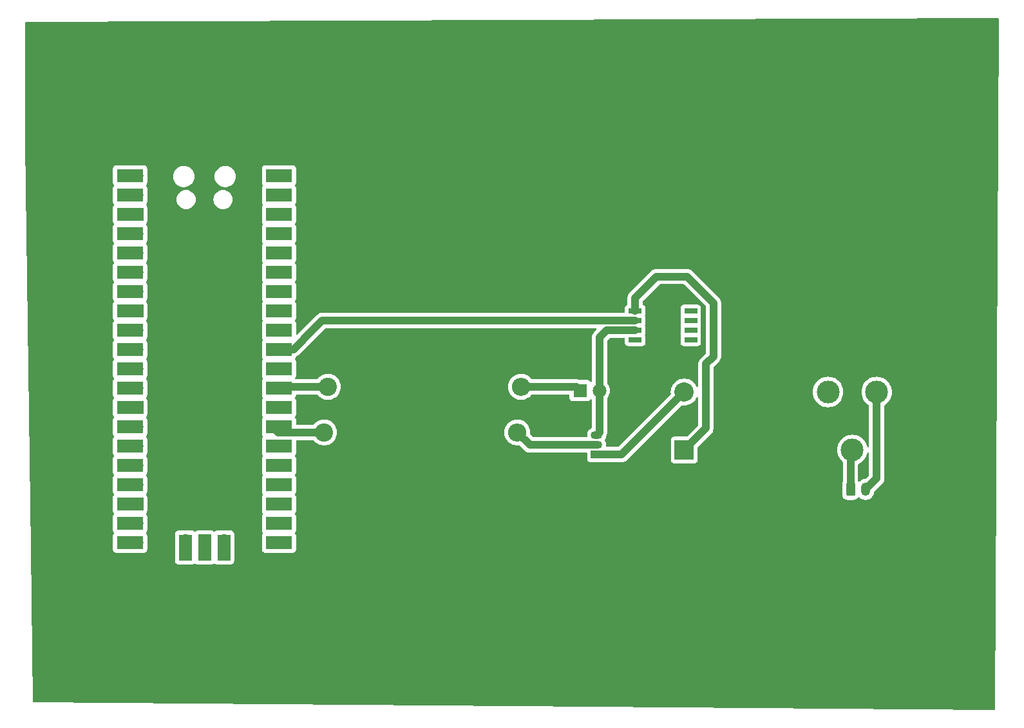
<source format=gbr>
%TF.GenerationSoftware,KiCad,Pcbnew,8.0.0*%
%TF.CreationDate,2024-03-28T12:09:12-03:00*%
%TF.ProjectId,Ponderada,506f6e64-6572-4616-9461-2e6b69636164,rev?*%
%TF.SameCoordinates,Original*%
%TF.FileFunction,Copper,L1,Top*%
%TF.FilePolarity,Positive*%
%FSLAX46Y46*%
G04 Gerber Fmt 4.6, Leading zero omitted, Abs format (unit mm)*
G04 Created by KiCad (PCBNEW 8.0.0) date 2024-03-28 12:09:12*
%MOMM*%
%LPD*%
G01*
G04 APERTURE LIST*
G04 Aperture macros list*
%AMRoundRect*
0 Rectangle with rounded corners*
0 $1 Rounding radius*
0 $2 $3 $4 $5 $6 $7 $8 $9 X,Y pos of 4 corners*
0 Add a 4 corners polygon primitive as box body*
4,1,4,$2,$3,$4,$5,$6,$7,$8,$9,$2,$3,0*
0 Add four circle primitives for the rounded corners*
1,1,$1+$1,$2,$3*
1,1,$1+$1,$4,$5*
1,1,$1+$1,$6,$7*
1,1,$1+$1,$8,$9*
0 Add four rect primitives between the rounded corners*
20,1,$1+$1,$2,$3,$4,$5,0*
20,1,$1+$1,$4,$5,$6,$7,0*
20,1,$1+$1,$6,$7,$8,$9,0*
20,1,$1+$1,$8,$9,$2,$3,0*%
G04 Aperture macros list end*
%TA.AperFunction,SMDPad,CuDef*%
%ADD10R,1.700000X0.650000*%
%TD*%
%TA.AperFunction,ComponentPad*%
%ADD11O,1.700000X1.700000*%
%TD*%
%TA.AperFunction,SMDPad,CuDef*%
%ADD12R,3.500000X1.700000*%
%TD*%
%TA.AperFunction,ComponentPad*%
%ADD13R,1.700000X1.700000*%
%TD*%
%TA.AperFunction,SMDPad,CuDef*%
%ADD14R,1.700000X3.500000*%
%TD*%
%TA.AperFunction,ComponentPad*%
%ADD15C,2.400000*%
%TD*%
%TA.AperFunction,ComponentPad*%
%ADD16O,2.400000X2.400000*%
%TD*%
%TA.AperFunction,ComponentPad*%
%ADD17R,1.500000X1.050000*%
%TD*%
%TA.AperFunction,ComponentPad*%
%ADD18O,1.500000X1.050000*%
%TD*%
%TA.AperFunction,ComponentPad*%
%ADD19C,2.540000*%
%TD*%
%TA.AperFunction,ComponentPad*%
%ADD20R,2.540000X2.540000*%
%TD*%
%TA.AperFunction,ComponentPad*%
%ADD21C,3.000000*%
%TD*%
%TA.AperFunction,ComponentPad*%
%ADD22RoundRect,0.250000X-0.350000X-0.625000X0.350000X-0.625000X0.350000X0.625000X-0.350000X0.625000X0*%
%TD*%
%TA.AperFunction,ComponentPad*%
%ADD23O,1.200000X1.750000*%
%TD*%
%TA.AperFunction,ComponentPad*%
%ADD24R,1.800000X1.800000*%
%TD*%
%TA.AperFunction,ComponentPad*%
%ADD25C,1.800000*%
%TD*%
%TA.AperFunction,Conductor*%
%ADD26C,1.000000*%
%TD*%
%TA.AperFunction,Conductor*%
%ADD27C,0.200000*%
%TD*%
G04 APERTURE END LIST*
D10*
%TO.P,U2,8*%
%TO.N,N/C*%
X186000000Y-105500000D03*
%TO.P,U2,7*%
X186000000Y-106770000D03*
%TO.P,U2,6*%
X186000000Y-108040000D03*
%TO.P,U2,5*%
X186000000Y-109310000D03*
%TO.P,U2,4*%
X178700000Y-109310000D03*
%TO.P,U2,3,GND*%
%TO.N,GND*%
X178700000Y-108040000D03*
%TO.P,U2,2,V_{OUT}*%
%TO.N,Analogico*%
X178700000Y-106770000D03*
%TO.P,U2,1,+V_{S}*%
%TO.N,VCC*%
X178700000Y-105500000D03*
%TD*%
D11*
%TO.P,U1,1,GPIO0*%
%TO.N,unconnected-(U1-GPIO0-Pad1)*%
X113195000Y-87705000D03*
D12*
X112295000Y-87705000D03*
D11*
%TO.P,U1,2,GPIO1*%
%TO.N,unconnected-(U1-GPIO1-Pad2)*%
X113195000Y-90245000D03*
D12*
X112295000Y-90245000D03*
D13*
%TO.P,U1,3,GND*%
%TO.N,unconnected-(U1-GND-Pad3)*%
X113195000Y-92785000D03*
D12*
X112295000Y-92785000D03*
D11*
%TO.P,U1,4,GPIO2*%
%TO.N,unconnected-(U1-GPIO2-Pad4)*%
X113195000Y-95325000D03*
D12*
X112295000Y-95325000D03*
D11*
%TO.P,U1,5,GPIO3*%
%TO.N,unconnected-(U1-GPIO3-Pad5)*%
X113195000Y-97865000D03*
D12*
X112295000Y-97865000D03*
D11*
%TO.P,U1,6,GPIO4*%
%TO.N,unconnected-(U1-GPIO4-Pad6)*%
X113195000Y-100405000D03*
D12*
X112295000Y-100405000D03*
D11*
%TO.P,U1,7,GPIO5*%
%TO.N,unconnected-(U1-GPIO5-Pad7)*%
X113195000Y-102945000D03*
D12*
X112295000Y-102945000D03*
D13*
%TO.P,U1,8,GND*%
%TO.N,unconnected-(U1-GND-Pad8)*%
X113195000Y-105485000D03*
D12*
X112295000Y-105485000D03*
D11*
%TO.P,U1,9,GPIO6*%
%TO.N,unconnected-(U1-GPIO6-Pad9)*%
X113195000Y-108025000D03*
D12*
X112295000Y-108025000D03*
D11*
%TO.P,U1,10,GPIO7*%
%TO.N,unconnected-(U1-GPIO7-Pad10)*%
X113195000Y-110565000D03*
D12*
X112295000Y-110565000D03*
D11*
%TO.P,U1,11,GPIO8*%
%TO.N,unconnected-(U1-GPIO8-Pad11)*%
X113195000Y-113105000D03*
D12*
X112295000Y-113105000D03*
D11*
%TO.P,U1,12,GPIO9*%
%TO.N,unconnected-(U1-GPIO9-Pad12)*%
X113195000Y-115645000D03*
D12*
X112295000Y-115645000D03*
D13*
%TO.P,U1,13,GND*%
%TO.N,unconnected-(U1-GND-Pad13)*%
X113195000Y-118185000D03*
D12*
X112295000Y-118185000D03*
D11*
%TO.P,U1,14,GPIO10*%
%TO.N,unconnected-(U1-GPIO10-Pad14)*%
X113195000Y-120725000D03*
D12*
X112295000Y-120725000D03*
D11*
%TO.P,U1,15,GPIO11*%
%TO.N,unconnected-(U1-GPIO11-Pad15)*%
X113195000Y-123265000D03*
D12*
X112295000Y-123265000D03*
D11*
%TO.P,U1,16,GPIO12*%
%TO.N,unconnected-(U1-GPIO12-Pad16)*%
X113195000Y-125805000D03*
D12*
X112295000Y-125805000D03*
D11*
%TO.P,U1,17,GPIO13*%
%TO.N,unconnected-(U1-GPIO13-Pad17)*%
X113195000Y-128345000D03*
D12*
X112295000Y-128345000D03*
D13*
%TO.P,U1,18,GND*%
%TO.N,unconnected-(U1-GND-Pad18)*%
X113195000Y-130885000D03*
D12*
X112295000Y-130885000D03*
D11*
%TO.P,U1,19,GPIO14*%
%TO.N,unconnected-(U1-GPIO14-Pad19)*%
X113195000Y-133425000D03*
D12*
X112295000Y-133425000D03*
D11*
%TO.P,U1,20,GPIO15*%
%TO.N,unconnected-(U1-GPIO15-Pad20)*%
X113195000Y-135965000D03*
D12*
X112295000Y-135965000D03*
D11*
%TO.P,U1,21,GPIO16*%
%TO.N,unconnected-(U1-GPIO16-Pad21)*%
X130975000Y-135965000D03*
D12*
X131875000Y-135965000D03*
D11*
%TO.P,U1,22,GPIO17*%
%TO.N,unconnected-(U1-GPIO17-Pad22)*%
X130975000Y-133425000D03*
D12*
X131875000Y-133425000D03*
D13*
%TO.P,U1,23,GND*%
%TO.N,unconnected-(U1-GND-Pad23)*%
X130975000Y-130885000D03*
D12*
X131875000Y-130885000D03*
D11*
%TO.P,U1,24,GPIO18*%
%TO.N,unconnected-(U1-GPIO18-Pad24)*%
X130975000Y-128345000D03*
D12*
X131875000Y-128345000D03*
D11*
%TO.P,U1,25,GPIO19*%
%TO.N,unconnected-(U1-GPIO19-Pad25)*%
X130975000Y-125805000D03*
D12*
X131875000Y-125805000D03*
D11*
%TO.P,U1,26,GPIO20*%
%TO.N,unconnected-(U1-GPIO20-Pad26)*%
X130975000Y-123265000D03*
D12*
X131875000Y-123265000D03*
D11*
%TO.P,U1,27,GPIO21*%
%TO.N,GP21*%
X130975000Y-120725000D03*
D12*
X131875000Y-120725000D03*
D13*
%TO.P,U1,28,GND*%
%TO.N,unconnected-(U1-GND-Pad28)*%
X130975000Y-118185000D03*
D12*
X131875000Y-118185000D03*
D11*
%TO.P,U1,29,GPIO22*%
%TO.N,GP22*%
X130975000Y-115645000D03*
D12*
X131875000Y-115645000D03*
D11*
%TO.P,U1,30,RUN*%
%TO.N,unconnected-(U1-RUN-Pad30)*%
X130975000Y-113105000D03*
D12*
X131875000Y-113105000D03*
D11*
%TO.P,U1,31,GPIO26_ADC0*%
%TO.N,Analogico*%
X130975000Y-110565000D03*
D12*
X131875000Y-110565000D03*
D11*
%TO.P,U1,32,GPIO27_ADC1*%
%TO.N,unconnected-(U1-GPIO27_ADC1-Pad32)*%
X130975000Y-108025000D03*
D12*
X131875000Y-108025000D03*
D13*
%TO.P,U1,33,AGND*%
%TO.N,unconnected-(U1-AGND-Pad33)*%
X130975000Y-105485000D03*
D12*
X131875000Y-105485000D03*
D11*
%TO.P,U1,34,GPIO28_ADC2*%
%TO.N,unconnected-(U1-GPIO28_ADC2-Pad34)*%
X130975000Y-102945000D03*
D12*
X131875000Y-102945000D03*
D11*
%TO.P,U1,35,ADC_VREF*%
%TO.N,unconnected-(U1-ADC_VREF-Pad35)*%
X130975000Y-100405000D03*
D12*
X131875000Y-100405000D03*
D11*
%TO.P,U1,36,3V3*%
%TO.N,unconnected-(U1-3V3-Pad36)*%
X130975000Y-97865000D03*
D12*
X131875000Y-97865000D03*
D11*
%TO.P,U1,37,3V3_EN*%
%TO.N,unconnected-(U1-3V3_EN-Pad37)*%
X130975000Y-95325000D03*
D12*
X131875000Y-95325000D03*
D13*
%TO.P,U1,38,GND*%
%TO.N,unconnected-(U1-GND-Pad38)*%
X130975000Y-92785000D03*
D12*
X131875000Y-92785000D03*
D11*
%TO.P,U1,39,VSYS*%
%TO.N,unconnected-(U1-VSYS-Pad39)*%
X130975000Y-90245000D03*
D12*
X131875000Y-90245000D03*
D11*
%TO.P,U1,40,VBUS*%
%TO.N,unconnected-(U1-VBUS-Pad40)*%
X130975000Y-87705000D03*
D12*
X131875000Y-87705000D03*
D11*
%TO.P,U1,41,SWCLK*%
%TO.N,unconnected-(U1-SWCLK-Pad41)*%
X119545000Y-135735000D03*
D14*
X119545000Y-136635000D03*
D13*
%TO.P,U1,42,GND*%
%TO.N,unconnected-(U1-GND-Pad42)*%
X122085000Y-135735000D03*
D14*
X122085000Y-136635000D03*
D11*
%TO.P,U1,43,SWDIO*%
%TO.N,unconnected-(U1-SWDIO-Pad43)*%
X124625000Y-135735000D03*
D14*
X124625000Y-136635000D03*
%TD*%
D15*
%TO.P,R2,1*%
%TO.N,GP22*%
X138300000Y-115500000D03*
D16*
%TO.P,R2,2*%
%TO.N,Net-(D1-K)*%
X163700000Y-115500000D03*
%TD*%
D15*
%TO.P,R1,1*%
%TO.N,GP21*%
X137800000Y-121500000D03*
D16*
%TO.P,R1,2*%
%TO.N,Net-(Q1-B)*%
X163200000Y-121500000D03*
%TD*%
D17*
%TO.P,Q1,1,C*%
%TO.N,Net-(Q1-C)*%
X173630000Y-124410000D03*
D18*
%TO.P,Q1,2,B*%
%TO.N,Net-(Q1-B)*%
X173630000Y-123140000D03*
%TO.P,Q1,3,E*%
%TO.N,GND*%
X173630000Y-121870000D03*
%TD*%
D19*
%TO.P,K1,A2*%
%TO.N,Net-(Q1-C)*%
X185150000Y-116180000D03*
D20*
%TO.P,K1,A1*%
%TO.N,VCC*%
X185150000Y-123800000D03*
D21*
%TO.P,K1,14*%
%TO.N,Net-(J1-Pin_2)*%
X210450000Y-116180000D03*
%TO.P,K1,12*%
%TO.N,unconnected-(K1-Pad12)*%
X204050000Y-116180000D03*
%TO.P,K1,11*%
%TO.N,Net-(J1-Pin_1)*%
X207250000Y-123800000D03*
%TD*%
D22*
%TO.P,J1,1,Pin_1*%
%TO.N,Net-(J1-Pin_1)*%
X207000000Y-129000000D03*
D23*
%TO.P,J1,2,Pin_2*%
%TO.N,Net-(J1-Pin_2)*%
X209000000Y-129000000D03*
%TD*%
D24*
%TO.P,D1,1,K*%
%TO.N,Net-(D1-K)*%
X171460000Y-116000000D03*
D25*
%TO.P,D1,2,A*%
%TO.N,GND*%
X174000000Y-116000000D03*
%TD*%
D26*
%TO.N,VCC*%
X179000000Y-103500000D02*
X181500000Y-101000000D01*
X185500000Y-101000000D02*
X189000000Y-104500000D01*
X189000000Y-111500000D02*
X188000000Y-112500000D01*
X189000000Y-104500000D02*
X189000000Y-111500000D01*
X181500000Y-101000000D02*
X185500000Y-101000000D01*
X188000000Y-112500000D02*
X188000000Y-120950000D01*
X188000000Y-120950000D02*
X185150000Y-123800000D01*
X178700000Y-105500000D02*
X178700000Y-103800000D01*
X178700000Y-103800000D02*
X179000000Y-103500000D01*
%TO.N,Net-(Q1-C)*%
X173630000Y-124410000D02*
X176920000Y-124410000D01*
X176920000Y-124410000D02*
X185150000Y-116180000D01*
%TO.N,Net-(J1-Pin_2)*%
X210450000Y-116180000D02*
X210450000Y-127550000D01*
X210450000Y-127550000D02*
X209000000Y-129000000D01*
%TO.N,Net-(J1-Pin_1)*%
X207000000Y-129000000D02*
X207000000Y-124050000D01*
X207000000Y-124050000D02*
X207250000Y-123800000D01*
%TO.N,Analogico*%
X178700000Y-106770000D02*
X137560000Y-106770000D01*
X137560000Y-106770000D02*
X136330000Y-108000000D01*
X136330000Y-108000000D02*
X133765000Y-110565000D01*
X133765000Y-110565000D02*
X130975000Y-110565000D01*
%TO.N,GND*%
X174960000Y-108040000D02*
X174000000Y-109000000D01*
X174000000Y-109000000D02*
X174000000Y-116000000D01*
X178700000Y-108040000D02*
X174960000Y-108040000D01*
X174000000Y-116000000D02*
X174000000Y-121500000D01*
X174000000Y-121500000D02*
X173630000Y-121870000D01*
%TO.N,Net-(D1-K)*%
X163700000Y-115500000D02*
X170960000Y-115500000D01*
X170960000Y-115500000D02*
X171460000Y-116000000D01*
%TO.N,Net-(Q1-B)*%
X163200000Y-121500000D02*
X164840000Y-123140000D01*
X164840000Y-123140000D02*
X173630000Y-123140000D01*
%TO.N,GP21*%
X137800000Y-121500000D02*
X131750000Y-121500000D01*
X131750000Y-121500000D02*
X130975000Y-120725000D01*
%TO.N,GP22*%
X138300000Y-115500000D02*
X131120000Y-115500000D01*
D27*
X131120000Y-115500000D02*
X130975000Y-115645000D01*
%TD*%
%TA.AperFunction,NonConductor*%
G36*
X226441945Y-67019910D02*
G01*
X226487906Y-67072535D01*
X226499312Y-67125168D01*
X226000682Y-157875702D01*
X225980630Y-157942633D01*
X225927575Y-157988097D01*
X225875704Y-157999017D01*
X99621357Y-157000959D01*
X99554475Y-156980745D01*
X99509139Y-156927581D01*
X99498349Y-156878654D01*
X99226025Y-136862870D01*
X110044500Y-136862870D01*
X110044501Y-136862876D01*
X110050908Y-136922483D01*
X110101202Y-137057328D01*
X110101206Y-137057335D01*
X110187452Y-137172544D01*
X110187455Y-137172547D01*
X110302664Y-137258793D01*
X110302671Y-137258797D01*
X110437517Y-137309091D01*
X110437516Y-137309091D01*
X110444444Y-137309835D01*
X110497127Y-137315500D01*
X113130611Y-137315499D01*
X113141419Y-137315971D01*
X113194999Y-137320659D01*
X113195000Y-137320659D01*
X113195001Y-137320659D01*
X113248580Y-137315971D01*
X113259388Y-137315499D01*
X114092871Y-137315499D01*
X114092872Y-137315499D01*
X114152483Y-137309091D01*
X114287331Y-137258796D01*
X114402546Y-137172546D01*
X114488796Y-137057331D01*
X114539091Y-136922483D01*
X114545500Y-136862873D01*
X114545499Y-136029383D01*
X114545971Y-136018576D01*
X114550659Y-135965000D01*
X114550659Y-135964999D01*
X114545971Y-135911421D01*
X114545499Y-135900613D01*
X114545499Y-135735001D01*
X118189341Y-135735001D01*
X118194028Y-135788574D01*
X118194500Y-135799381D01*
X118194500Y-138432870D01*
X118194501Y-138432876D01*
X118200908Y-138492483D01*
X118251202Y-138627328D01*
X118251206Y-138627335D01*
X118337452Y-138742544D01*
X118337455Y-138742547D01*
X118452664Y-138828793D01*
X118452671Y-138828797D01*
X118587517Y-138879091D01*
X118587516Y-138879091D01*
X118594444Y-138879835D01*
X118647127Y-138885500D01*
X120442872Y-138885499D01*
X120502483Y-138879091D01*
X120637331Y-138828796D01*
X120740690Y-138751421D01*
X120806152Y-138727004D01*
X120874425Y-138741855D01*
X120889303Y-138751416D01*
X120992665Y-138828793D01*
X120992668Y-138828795D01*
X120992671Y-138828797D01*
X121127517Y-138879091D01*
X121127516Y-138879091D01*
X121134444Y-138879835D01*
X121187127Y-138885500D01*
X122982872Y-138885499D01*
X123042483Y-138879091D01*
X123177331Y-138828796D01*
X123280690Y-138751421D01*
X123346152Y-138727004D01*
X123414425Y-138741855D01*
X123429303Y-138751416D01*
X123532665Y-138828793D01*
X123532668Y-138828795D01*
X123532671Y-138828797D01*
X123667517Y-138879091D01*
X123667516Y-138879091D01*
X123674444Y-138879835D01*
X123727127Y-138885500D01*
X125522872Y-138885499D01*
X125582483Y-138879091D01*
X125717331Y-138828796D01*
X125832546Y-138742546D01*
X125918796Y-138627331D01*
X125969091Y-138492483D01*
X125975500Y-138432873D01*
X125975499Y-135965002D01*
X129619341Y-135965002D01*
X129624028Y-136018576D01*
X129624500Y-136029383D01*
X129624500Y-136862870D01*
X129624501Y-136862876D01*
X129630908Y-136922483D01*
X129681202Y-137057328D01*
X129681206Y-137057335D01*
X129767452Y-137172544D01*
X129767455Y-137172547D01*
X129882664Y-137258793D01*
X129882671Y-137258797D01*
X130017517Y-137309091D01*
X130017516Y-137309091D01*
X130024444Y-137309835D01*
X130077127Y-137315500D01*
X130910616Y-137315499D01*
X130921425Y-137315971D01*
X130975000Y-137320659D01*
X131028575Y-137315971D01*
X131039384Y-137315499D01*
X133672871Y-137315499D01*
X133672872Y-137315499D01*
X133732483Y-137309091D01*
X133867331Y-137258796D01*
X133982546Y-137172546D01*
X134068796Y-137057331D01*
X134119091Y-136922483D01*
X134125500Y-136862873D01*
X134125499Y-135067128D01*
X134119091Y-135007517D01*
X134068796Y-134872669D01*
X133991421Y-134769309D01*
X133967004Y-134703848D01*
X133981855Y-134635575D01*
X133991416Y-134620696D01*
X134068796Y-134517331D01*
X134119091Y-134382483D01*
X134125500Y-134322873D01*
X134125499Y-132527128D01*
X134119091Y-132467517D01*
X134068796Y-132332669D01*
X133991421Y-132229309D01*
X133967004Y-132163848D01*
X133981855Y-132095575D01*
X133991416Y-132080696D01*
X134068796Y-131977331D01*
X134119091Y-131842483D01*
X134125500Y-131782873D01*
X134125499Y-129987128D01*
X134119091Y-129927517D01*
X134093212Y-129858133D01*
X134068797Y-129792671D01*
X134068795Y-129792668D01*
X134057664Y-129777799D01*
X133991421Y-129689309D01*
X133967004Y-129623848D01*
X133981855Y-129555575D01*
X133991416Y-129540696D01*
X134068796Y-129437331D01*
X134119091Y-129302483D01*
X134125500Y-129242873D01*
X134125499Y-127447128D01*
X134119091Y-127387517D01*
X134068796Y-127252669D01*
X133991421Y-127149309D01*
X133967004Y-127083848D01*
X133981855Y-127015575D01*
X133991416Y-127000696D01*
X134068796Y-126897331D01*
X134119091Y-126762483D01*
X134125500Y-126702873D01*
X134125499Y-124907128D01*
X134119091Y-124847517D01*
X134068796Y-124712669D01*
X133991421Y-124609309D01*
X133967004Y-124543848D01*
X133981855Y-124475575D01*
X133991416Y-124460696D01*
X134068796Y-124357331D01*
X134119091Y-124222483D01*
X134119091Y-124222482D01*
X134119092Y-124222480D01*
X134121800Y-124197282D01*
X134125500Y-124162873D01*
X134125499Y-122624499D01*
X134145184Y-122557461D01*
X134197987Y-122511706D01*
X134249499Y-122500500D01*
X136363136Y-122500500D01*
X136430175Y-122520185D01*
X136460081Y-122547185D01*
X136549950Y-122659877D01*
X136736783Y-122833232D01*
X136947366Y-122976805D01*
X136947371Y-122976807D01*
X136947372Y-122976808D01*
X136947373Y-122976809D01*
X137069328Y-123035538D01*
X137176992Y-123087387D01*
X137176993Y-123087387D01*
X137176996Y-123087389D01*
X137420542Y-123162513D01*
X137672565Y-123200500D01*
X137927435Y-123200500D01*
X138179458Y-123162513D01*
X138423004Y-123087389D01*
X138652634Y-122976805D01*
X138863217Y-122833232D01*
X139050050Y-122659877D01*
X139208959Y-122460612D01*
X139336393Y-122239888D01*
X139429508Y-122002637D01*
X139486222Y-121754157D01*
X139497883Y-121598544D01*
X139505268Y-121500004D01*
X139505268Y-121499995D01*
X139486222Y-121245845D01*
X139479474Y-121216282D01*
X139429508Y-120997363D01*
X139336393Y-120760112D01*
X139208959Y-120539388D01*
X139050050Y-120340123D01*
X138863217Y-120166768D01*
X138652634Y-120023195D01*
X138652630Y-120023193D01*
X138652627Y-120023191D01*
X138652626Y-120023190D01*
X138423006Y-119912612D01*
X138423008Y-119912612D01*
X138179466Y-119837489D01*
X138179462Y-119837488D01*
X138179458Y-119837487D01*
X138058231Y-119819214D01*
X137927440Y-119799500D01*
X137927435Y-119799500D01*
X137672565Y-119799500D01*
X137672559Y-119799500D01*
X137515609Y-119823157D01*
X137420542Y-119837487D01*
X137420539Y-119837488D01*
X137420533Y-119837489D01*
X137176992Y-119912612D01*
X136947373Y-120023190D01*
X136947372Y-120023191D01*
X136736782Y-120166768D01*
X136549952Y-120340121D01*
X136549950Y-120340123D01*
X136460083Y-120452813D01*
X136402894Y-120492953D01*
X136363136Y-120499500D01*
X134249499Y-120499500D01*
X134182460Y-120479815D01*
X134136705Y-120427011D01*
X134125499Y-120375500D01*
X134125499Y-119827129D01*
X134125498Y-119827123D01*
X134125497Y-119827116D01*
X134119091Y-119767517D01*
X134068796Y-119632669D01*
X133991421Y-119529309D01*
X133967004Y-119463848D01*
X133981855Y-119395575D01*
X133991416Y-119380696D01*
X134068796Y-119277331D01*
X134119091Y-119142483D01*
X134125500Y-119082873D01*
X134125499Y-117287128D01*
X134119091Y-117227517D01*
X134109014Y-117200500D01*
X134068797Y-117092671D01*
X134068795Y-117092668D01*
X134064842Y-117087387D01*
X133991421Y-116989309D01*
X133967004Y-116923848D01*
X133981855Y-116855575D01*
X133991416Y-116840696D01*
X134068796Y-116737331D01*
X134119091Y-116602483D01*
X134119092Y-116602472D01*
X134120625Y-116595989D01*
X134155197Y-116535271D01*
X134217107Y-116502884D01*
X134241303Y-116500500D01*
X136863136Y-116500500D01*
X136930175Y-116520185D01*
X136960081Y-116547185D01*
X137049950Y-116659877D01*
X137236783Y-116833232D01*
X137447366Y-116976805D01*
X137447371Y-116976807D01*
X137447372Y-116976808D01*
X137447373Y-116976809D01*
X137522860Y-117013161D01*
X137676992Y-117087387D01*
X137676993Y-117087387D01*
X137676996Y-117087389D01*
X137920542Y-117162513D01*
X138172565Y-117200500D01*
X138427435Y-117200500D01*
X138679458Y-117162513D01*
X138923004Y-117087389D01*
X139143938Y-116980993D01*
X139152626Y-116976809D01*
X139152626Y-116976808D01*
X139152634Y-116976805D01*
X139363217Y-116833232D01*
X139550050Y-116659877D01*
X139708959Y-116460612D01*
X139836393Y-116239888D01*
X139929508Y-116002637D01*
X139986222Y-115754157D01*
X140001993Y-115543699D01*
X140005268Y-115500004D01*
X140005268Y-115499995D01*
X139986222Y-115245845D01*
X139961343Y-115136844D01*
X139929508Y-114997363D01*
X139836393Y-114760112D01*
X139708959Y-114539388D01*
X139550050Y-114340123D01*
X139363217Y-114166768D01*
X139152634Y-114023195D01*
X139152630Y-114023193D01*
X139152627Y-114023191D01*
X139152626Y-114023190D01*
X138923006Y-113912612D01*
X138923008Y-113912612D01*
X138679466Y-113837489D01*
X138679462Y-113837488D01*
X138679458Y-113837487D01*
X138558231Y-113819214D01*
X138427440Y-113799500D01*
X138427435Y-113799500D01*
X138172565Y-113799500D01*
X138172559Y-113799500D01*
X138015609Y-113823157D01*
X137920542Y-113837487D01*
X137920539Y-113837488D01*
X137920533Y-113837489D01*
X137676992Y-113912612D01*
X137447373Y-114023190D01*
X137447372Y-114023191D01*
X137236782Y-114166768D01*
X137049952Y-114340121D01*
X137049950Y-114340123D01*
X136962482Y-114449805D01*
X136960083Y-114452813D01*
X136902894Y-114492953D01*
X136863136Y-114499500D01*
X134091063Y-114499500D01*
X134024024Y-114479815D01*
X133991792Y-114449805D01*
X133991417Y-114449304D01*
X133967003Y-114383838D01*
X133981859Y-114315566D01*
X133991411Y-114300702D01*
X134068796Y-114197331D01*
X134119091Y-114062483D01*
X134125500Y-114002873D01*
X134125499Y-112207128D01*
X134119091Y-112147517D01*
X134115459Y-112137780D01*
X134068797Y-112012671D01*
X134068795Y-112012668D01*
X134039788Y-111973920D01*
X133991421Y-111909309D01*
X133967004Y-111843848D01*
X133981855Y-111775575D01*
X133991416Y-111760696D01*
X134068796Y-111657331D01*
X134109589Y-111547958D01*
X134151459Y-111492025D01*
X134178313Y-111476732D01*
X134238914Y-111451632D01*
X134402782Y-111342139D01*
X134542139Y-111202782D01*
X134542140Y-111202779D01*
X134549206Y-111195714D01*
X134549208Y-111195710D01*
X137107139Y-108637781D01*
X137165698Y-108579222D01*
X137165709Y-108579209D01*
X137938102Y-107806819D01*
X137999425Y-107773334D01*
X138025783Y-107770500D01*
X173515218Y-107770500D01*
X173582257Y-107790185D01*
X173628012Y-107842989D01*
X173637956Y-107912147D01*
X173608931Y-107975703D01*
X173602905Y-107982174D01*
X173362221Y-108222858D01*
X173362218Y-108222861D01*
X173292538Y-108292540D01*
X173222859Y-108362219D01*
X173113371Y-108526080D01*
X173113364Y-108526093D01*
X173067103Y-108637781D01*
X173067103Y-108637782D01*
X173040161Y-108702822D01*
X173040162Y-108702823D01*
X173037948Y-108708168D01*
X173037946Y-108708173D01*
X172999500Y-108901454D01*
X172999500Y-114746538D01*
X172979815Y-114813577D01*
X172927011Y-114859332D01*
X172857853Y-114869276D01*
X172794297Y-114840251D01*
X172776234Y-114820850D01*
X172730765Y-114760112D01*
X172717546Y-114742454D01*
X172717544Y-114742453D01*
X172717544Y-114742452D01*
X172602335Y-114656206D01*
X172602328Y-114656202D01*
X172467482Y-114605908D01*
X172467483Y-114605908D01*
X172407883Y-114599501D01*
X172407881Y-114599500D01*
X172407873Y-114599500D01*
X172407865Y-114599500D01*
X171425098Y-114599500D01*
X171377646Y-114590061D01*
X171287373Y-114552669D01*
X171251836Y-114537949D01*
X171251828Y-114537947D01*
X171155188Y-114518724D01*
X171058544Y-114499500D01*
X171058541Y-114499500D01*
X165136864Y-114499500D01*
X165069825Y-114479815D01*
X165039917Y-114452813D01*
X164950050Y-114340123D01*
X164763217Y-114166768D01*
X164552634Y-114023195D01*
X164552630Y-114023193D01*
X164552627Y-114023191D01*
X164552626Y-114023190D01*
X164323006Y-113912612D01*
X164323008Y-113912612D01*
X164079466Y-113837489D01*
X164079462Y-113837488D01*
X164079458Y-113837487D01*
X163958231Y-113819214D01*
X163827440Y-113799500D01*
X163827435Y-113799500D01*
X163572565Y-113799500D01*
X163572559Y-113799500D01*
X163415609Y-113823157D01*
X163320542Y-113837487D01*
X163320539Y-113837488D01*
X163320533Y-113837489D01*
X163076992Y-113912612D01*
X162847373Y-114023190D01*
X162847372Y-114023191D01*
X162636782Y-114166768D01*
X162449952Y-114340121D01*
X162449950Y-114340123D01*
X162291041Y-114539388D01*
X162163608Y-114760109D01*
X162070492Y-114997362D01*
X162070490Y-114997369D01*
X162013777Y-115245845D01*
X161994732Y-115499995D01*
X161994732Y-115500004D01*
X162013777Y-115754154D01*
X162069888Y-115999993D01*
X162070492Y-116002637D01*
X162163607Y-116239888D01*
X162291041Y-116460612D01*
X162449950Y-116659877D01*
X162636783Y-116833232D01*
X162847366Y-116976805D01*
X162847371Y-116976807D01*
X162847372Y-116976808D01*
X162847373Y-116976809D01*
X162922860Y-117013161D01*
X163076992Y-117087387D01*
X163076993Y-117087387D01*
X163076996Y-117087389D01*
X163320542Y-117162513D01*
X163572565Y-117200500D01*
X163827435Y-117200500D01*
X164079458Y-117162513D01*
X164323004Y-117087389D01*
X164543938Y-116980993D01*
X164552626Y-116976809D01*
X164552626Y-116976808D01*
X164552634Y-116976805D01*
X164763217Y-116833232D01*
X164950050Y-116659877D01*
X165039917Y-116547186D01*
X165097106Y-116507047D01*
X165136864Y-116500500D01*
X169935501Y-116500500D01*
X170002540Y-116520185D01*
X170048295Y-116572989D01*
X170059501Y-116624500D01*
X170059501Y-116947876D01*
X170065908Y-117007483D01*
X170116202Y-117142328D01*
X170116206Y-117142335D01*
X170202452Y-117257544D01*
X170202455Y-117257547D01*
X170317664Y-117343793D01*
X170317671Y-117343797D01*
X170452517Y-117394091D01*
X170452516Y-117394091D01*
X170459444Y-117394835D01*
X170512127Y-117400500D01*
X172407872Y-117400499D01*
X172467483Y-117394091D01*
X172602331Y-117343796D01*
X172717546Y-117257546D01*
X172760251Y-117200500D01*
X172776234Y-117179150D01*
X172832168Y-117137279D01*
X172901859Y-117132295D01*
X172963182Y-117165781D01*
X172996666Y-117227104D01*
X172999500Y-117253461D01*
X172999500Y-120845116D01*
X172979815Y-120912155D01*
X172927011Y-120957910D01*
X172922958Y-120959675D01*
X172919248Y-120961211D01*
X172919237Y-120961217D01*
X172751281Y-121073441D01*
X172608441Y-121216281D01*
X172496217Y-121384237D01*
X172496212Y-121384247D01*
X172418909Y-121570872D01*
X172418907Y-121570880D01*
X172379500Y-121768992D01*
X172379500Y-121971003D01*
X172383539Y-121991307D01*
X172377312Y-122060899D01*
X172334450Y-122116077D01*
X172268561Y-122139322D01*
X172261922Y-122139500D01*
X165305782Y-122139500D01*
X165238743Y-122119815D01*
X165218101Y-122103181D01*
X164925249Y-121810329D01*
X164891764Y-121749006D01*
X164889277Y-121713385D01*
X164905268Y-121500000D01*
X164896593Y-121384244D01*
X164886222Y-121245845D01*
X164879474Y-121216282D01*
X164829508Y-120997363D01*
X164736393Y-120760112D01*
X164608959Y-120539388D01*
X164450050Y-120340123D01*
X164263217Y-120166768D01*
X164052634Y-120023195D01*
X164052630Y-120023193D01*
X164052627Y-120023191D01*
X164052626Y-120023190D01*
X163823006Y-119912612D01*
X163823008Y-119912612D01*
X163579466Y-119837489D01*
X163579462Y-119837488D01*
X163579458Y-119837487D01*
X163458231Y-119819214D01*
X163327440Y-119799500D01*
X163327435Y-119799500D01*
X163072565Y-119799500D01*
X163072559Y-119799500D01*
X162915609Y-119823157D01*
X162820542Y-119837487D01*
X162820539Y-119837488D01*
X162820533Y-119837489D01*
X162576992Y-119912612D01*
X162347373Y-120023190D01*
X162347372Y-120023191D01*
X162136782Y-120166768D01*
X161949952Y-120340121D01*
X161949950Y-120340123D01*
X161791041Y-120539388D01*
X161663608Y-120760109D01*
X161570492Y-120997362D01*
X161570490Y-120997369D01*
X161513777Y-121245845D01*
X161494732Y-121499995D01*
X161494732Y-121500004D01*
X161513777Y-121754154D01*
X161568333Y-121993181D01*
X161570492Y-122002637D01*
X161663607Y-122239888D01*
X161791041Y-122460612D01*
X161949950Y-122659877D01*
X162136783Y-122833232D01*
X162347366Y-122976805D01*
X162347371Y-122976807D01*
X162347372Y-122976808D01*
X162347373Y-122976809D01*
X162469328Y-123035538D01*
X162576992Y-123087387D01*
X162576993Y-123087387D01*
X162576996Y-123087389D01*
X162820542Y-123162513D01*
X163072565Y-123200500D01*
X163327429Y-123200500D01*
X163327435Y-123200500D01*
X163402968Y-123189114D01*
X163472189Y-123198586D01*
X163509128Y-123224048D01*
X164059735Y-123774655D01*
X164059764Y-123774686D01*
X164202217Y-123917139D01*
X164366080Y-124026628D01*
X164366086Y-124026632D01*
X164469360Y-124069409D01*
X164548164Y-124102051D01*
X164644812Y-124121275D01*
X164693135Y-124130887D01*
X164741458Y-124140500D01*
X164741459Y-124140500D01*
X164741460Y-124140500D01*
X164938540Y-124140500D01*
X172255500Y-124140500D01*
X172322539Y-124160185D01*
X172368294Y-124212989D01*
X172379500Y-124264500D01*
X172379500Y-124982870D01*
X172379501Y-124982876D01*
X172385908Y-125042483D01*
X172436202Y-125177328D01*
X172436206Y-125177335D01*
X172522452Y-125292544D01*
X172522455Y-125292547D01*
X172637664Y-125378793D01*
X172637671Y-125378797D01*
X172772517Y-125429091D01*
X172772516Y-125429091D01*
X172779444Y-125429835D01*
X172832127Y-125435500D01*
X174427872Y-125435499D01*
X174487483Y-125429091D01*
X174516367Y-125418317D01*
X174559700Y-125410500D01*
X177018542Y-125410500D01*
X177037870Y-125406655D01*
X177115188Y-125391275D01*
X177211836Y-125372051D01*
X177265165Y-125349961D01*
X177393914Y-125296632D01*
X177557782Y-125187139D01*
X177697139Y-125047782D01*
X177697139Y-125047780D01*
X177707347Y-125037573D01*
X177707348Y-125037570D01*
X184779354Y-117965565D01*
X184840675Y-117932082D01*
X184885510Y-117930633D01*
X185017319Y-117950500D01*
X185017320Y-117950500D01*
X185282680Y-117950500D01*
X185282681Y-117950500D01*
X185282688Y-117950499D01*
X185545073Y-117910951D01*
X185545074Y-117910950D01*
X185545078Y-117910950D01*
X185798650Y-117832734D01*
X186037733Y-117717598D01*
X186256984Y-117568114D01*
X186451508Y-117387623D01*
X186616958Y-117180155D01*
X186749639Y-116950345D01*
X186760073Y-116923759D01*
X186802887Y-116868548D01*
X186868757Y-116845247D01*
X186936768Y-116861257D01*
X186985326Y-116911495D01*
X186999500Y-116969064D01*
X186999500Y-120484217D01*
X186979815Y-120551256D01*
X186963181Y-120571898D01*
X185541897Y-121993181D01*
X185480574Y-122026666D01*
X185454216Y-122029500D01*
X183832129Y-122029500D01*
X183832123Y-122029501D01*
X183772516Y-122035908D01*
X183637671Y-122086202D01*
X183637664Y-122086206D01*
X183522455Y-122172452D01*
X183522452Y-122172455D01*
X183436206Y-122287664D01*
X183436202Y-122287671D01*
X183385908Y-122422517D01*
X183379501Y-122482116D01*
X183379500Y-122482135D01*
X183379500Y-125117870D01*
X183379501Y-125117876D01*
X183385908Y-125177483D01*
X183436202Y-125312328D01*
X183436206Y-125312335D01*
X183522452Y-125427544D01*
X183522455Y-125427547D01*
X183637664Y-125513793D01*
X183637671Y-125513797D01*
X183772517Y-125564091D01*
X183772516Y-125564091D01*
X183779444Y-125564835D01*
X183832127Y-125570500D01*
X186467872Y-125570499D01*
X186527483Y-125564091D01*
X186662331Y-125513796D01*
X186777546Y-125427546D01*
X186863796Y-125312331D01*
X186914091Y-125177483D01*
X186920500Y-125117873D01*
X186920499Y-123800001D01*
X205244390Y-123800001D01*
X205264804Y-124085433D01*
X205325628Y-124365037D01*
X205325630Y-124365043D01*
X205325631Y-124365046D01*
X205416738Y-124609312D01*
X205425635Y-124633166D01*
X205562770Y-124884309D01*
X205562775Y-124884317D01*
X205734254Y-125113387D01*
X205734270Y-125113405D01*
X205936591Y-125315726D01*
X205936595Y-125315729D01*
X205936605Y-125315739D01*
X205949812Y-125325625D01*
X205991682Y-125381558D01*
X205999500Y-125424891D01*
X205999500Y-127964867D01*
X205981040Y-128029961D01*
X205965187Y-128055663D01*
X205965186Y-128055665D01*
X205965186Y-128055666D01*
X205910001Y-128222203D01*
X205910001Y-128222204D01*
X205910000Y-128222204D01*
X205899500Y-128324983D01*
X205899500Y-129675001D01*
X205899501Y-129675018D01*
X205910000Y-129777796D01*
X205910001Y-129777799D01*
X205965185Y-129944331D01*
X205965187Y-129944336D01*
X205988870Y-129982732D01*
X206057288Y-130093656D01*
X206181344Y-130217712D01*
X206330666Y-130309814D01*
X206497203Y-130364999D01*
X206599991Y-130375500D01*
X207400008Y-130375499D01*
X207400016Y-130375498D01*
X207400019Y-130375498D01*
X207456302Y-130369748D01*
X207502797Y-130364999D01*
X207669334Y-130309814D01*
X207818656Y-130217712D01*
X207942712Y-130093656D01*
X207982310Y-130029456D01*
X208034258Y-129982732D01*
X208103220Y-129971509D01*
X208167303Y-129999352D01*
X208175530Y-130006872D01*
X208283072Y-130114414D01*
X208423212Y-130216232D01*
X208577555Y-130294873D01*
X208742299Y-130348402D01*
X208913389Y-130375500D01*
X208913390Y-130375500D01*
X209086610Y-130375500D01*
X209086611Y-130375500D01*
X209257701Y-130348402D01*
X209422445Y-130294873D01*
X209576788Y-130216232D01*
X209716928Y-130114414D01*
X209839414Y-129991928D01*
X209941232Y-129851788D01*
X210019873Y-129697445D01*
X210073402Y-129532701D01*
X210100500Y-129361611D01*
X210100500Y-129361608D01*
X210100883Y-129356748D01*
X210103101Y-129356922D01*
X210120185Y-129298743D01*
X210136819Y-129278101D01*
X211227137Y-128187784D01*
X211227137Y-128187783D01*
X211227140Y-128187781D01*
X211336632Y-128023914D01*
X211412052Y-127841835D01*
X211450500Y-127648540D01*
X211450500Y-127451459D01*
X211450500Y-117986564D01*
X211470185Y-117919525D01*
X211515072Y-117877732D01*
X211534315Y-117867226D01*
X211763395Y-117695739D01*
X211965739Y-117493395D01*
X212137226Y-117264315D01*
X212274367Y-117013161D01*
X212374369Y-116745046D01*
X212415709Y-116555009D01*
X212435195Y-116465433D01*
X212435195Y-116465432D01*
X212435196Y-116465428D01*
X212455610Y-116180000D01*
X212435196Y-115894572D01*
X212407812Y-115768691D01*
X212374371Y-115614962D01*
X212374370Y-115614960D01*
X212374369Y-115614954D01*
X212274367Y-115346839D01*
X212159702Y-115136847D01*
X212137229Y-115095690D01*
X212137224Y-115095682D01*
X211965745Y-114866612D01*
X211965729Y-114866594D01*
X211763405Y-114664270D01*
X211763387Y-114664254D01*
X211534317Y-114492775D01*
X211534309Y-114492770D01*
X211283166Y-114355635D01*
X211283167Y-114355635D01*
X211135845Y-114300687D01*
X211015046Y-114255631D01*
X211015043Y-114255630D01*
X211015037Y-114255628D01*
X210735433Y-114194804D01*
X210450001Y-114174390D01*
X210449999Y-114174390D01*
X210164566Y-114194804D01*
X209884962Y-114255628D01*
X209616833Y-114355635D01*
X209365690Y-114492770D01*
X209365682Y-114492775D01*
X209136612Y-114664254D01*
X209136594Y-114664270D01*
X208934270Y-114866594D01*
X208934254Y-114866612D01*
X208762775Y-115095682D01*
X208762770Y-115095690D01*
X208625635Y-115346833D01*
X208525628Y-115614962D01*
X208464804Y-115894566D01*
X208444390Y-116179998D01*
X208444390Y-116180001D01*
X208464804Y-116465433D01*
X208525628Y-116745037D01*
X208525630Y-116745043D01*
X208525631Y-116745046D01*
X208616738Y-116989312D01*
X208625635Y-117013166D01*
X208762770Y-117264309D01*
X208762775Y-117264317D01*
X208934254Y-117493387D01*
X208934270Y-117493405D01*
X209136594Y-117695729D01*
X209136612Y-117695745D01*
X209365680Y-117867223D01*
X209365682Y-117867224D01*
X209365685Y-117867226D01*
X209384926Y-117877732D01*
X209434331Y-117927134D01*
X209449500Y-117986564D01*
X209449500Y-123346340D01*
X209429815Y-123413379D01*
X209377011Y-123459134D01*
X209307853Y-123469078D01*
X209244297Y-123440053D01*
X209206523Y-123381275D01*
X209204334Y-123372698D01*
X209174371Y-123234962D01*
X209174370Y-123234960D01*
X209174369Y-123234954D01*
X209074367Y-122966839D01*
X208937226Y-122715685D01*
X208937224Y-122715682D01*
X208765745Y-122486612D01*
X208765729Y-122486594D01*
X208563405Y-122284270D01*
X208563387Y-122284254D01*
X208334317Y-122112775D01*
X208334309Y-122112770D01*
X208083166Y-121975635D01*
X208083167Y-121975635D01*
X207935848Y-121920688D01*
X207815046Y-121875631D01*
X207815043Y-121875630D01*
X207815037Y-121875628D01*
X207535433Y-121814804D01*
X207250001Y-121794390D01*
X207249999Y-121794390D01*
X206964566Y-121814804D01*
X206684962Y-121875628D01*
X206416833Y-121975635D01*
X206165690Y-122112770D01*
X206165682Y-122112775D01*
X205936612Y-122284254D01*
X205936594Y-122284270D01*
X205734270Y-122486594D01*
X205734254Y-122486612D01*
X205562775Y-122715682D01*
X205562770Y-122715690D01*
X205425635Y-122966833D01*
X205325628Y-123234962D01*
X205264804Y-123514566D01*
X205244390Y-123799998D01*
X205244390Y-123800001D01*
X186920499Y-123800001D01*
X186920499Y-123495782D01*
X186940184Y-123428744D01*
X186956818Y-123408102D01*
X187853215Y-122511706D01*
X188777140Y-121587781D01*
X188886632Y-121423914D01*
X188962052Y-121241835D01*
X189000500Y-121048540D01*
X189000500Y-120851459D01*
X189000500Y-116180001D01*
X202044390Y-116180001D01*
X202064804Y-116465433D01*
X202125628Y-116745037D01*
X202125630Y-116745043D01*
X202125631Y-116745046D01*
X202216738Y-116989312D01*
X202225635Y-117013166D01*
X202362770Y-117264309D01*
X202362775Y-117264317D01*
X202534254Y-117493387D01*
X202534270Y-117493405D01*
X202736594Y-117695729D01*
X202736612Y-117695745D01*
X202965682Y-117867224D01*
X202965690Y-117867229D01*
X203216833Y-118004364D01*
X203216832Y-118004364D01*
X203216836Y-118004365D01*
X203216839Y-118004367D01*
X203484954Y-118104369D01*
X203484960Y-118104370D01*
X203484962Y-118104371D01*
X203764566Y-118165195D01*
X203764568Y-118165195D01*
X203764572Y-118165196D01*
X204018220Y-118183337D01*
X204049999Y-118185610D01*
X204050000Y-118185610D01*
X204050001Y-118185610D01*
X204078595Y-118183564D01*
X204335428Y-118165196D01*
X204615046Y-118104369D01*
X204883161Y-118004367D01*
X205134315Y-117867226D01*
X205363395Y-117695739D01*
X205565739Y-117493395D01*
X205737226Y-117264315D01*
X205874367Y-117013161D01*
X205974369Y-116745046D01*
X206015709Y-116555009D01*
X206035195Y-116465433D01*
X206035195Y-116465432D01*
X206035196Y-116465428D01*
X206055610Y-116180000D01*
X206035196Y-115894572D01*
X206007812Y-115768691D01*
X205974371Y-115614962D01*
X205974370Y-115614960D01*
X205974369Y-115614954D01*
X205874367Y-115346839D01*
X205759702Y-115136847D01*
X205737229Y-115095690D01*
X205737224Y-115095682D01*
X205565745Y-114866612D01*
X205565729Y-114866594D01*
X205363405Y-114664270D01*
X205363387Y-114664254D01*
X205134317Y-114492775D01*
X205134309Y-114492770D01*
X204883166Y-114355635D01*
X204883167Y-114355635D01*
X204735845Y-114300687D01*
X204615046Y-114255631D01*
X204615043Y-114255630D01*
X204615037Y-114255628D01*
X204335433Y-114194804D01*
X204050001Y-114174390D01*
X204049999Y-114174390D01*
X203764566Y-114194804D01*
X203484962Y-114255628D01*
X203216833Y-114355635D01*
X202965690Y-114492770D01*
X202965682Y-114492775D01*
X202736612Y-114664254D01*
X202736594Y-114664270D01*
X202534270Y-114866594D01*
X202534254Y-114866612D01*
X202362775Y-115095682D01*
X202362770Y-115095690D01*
X202225635Y-115346833D01*
X202125628Y-115614962D01*
X202064804Y-115894566D01*
X202044390Y-116179998D01*
X202044390Y-116180001D01*
X189000500Y-116180001D01*
X189000500Y-112965782D01*
X189020185Y-112898743D01*
X189036819Y-112878101D01*
X189777137Y-112137784D01*
X189777137Y-112137783D01*
X189777140Y-112137781D01*
X189886632Y-111973914D01*
X189962052Y-111791835D01*
X190000501Y-111598540D01*
X190000501Y-111401459D01*
X190000501Y-111396349D01*
X190000500Y-111396323D01*
X190000500Y-104401463D01*
X190000499Y-104401455D01*
X189998751Y-104392663D01*
X189998751Y-104392662D01*
X189962052Y-104208169D01*
X189962051Y-104208168D01*
X189962051Y-104208164D01*
X189913866Y-104091836D01*
X189891288Y-104037328D01*
X189886635Y-104026093D01*
X189886634Y-104026092D01*
X189886632Y-104026086D01*
X189777139Y-103862218D01*
X189637782Y-103722861D01*
X189637781Y-103722860D01*
X186284208Y-100369288D01*
X186284206Y-100369285D01*
X186284206Y-100369286D01*
X186277139Y-100362219D01*
X186277139Y-100362218D01*
X186137782Y-100222861D01*
X186137781Y-100222860D01*
X186137780Y-100222859D01*
X185973920Y-100113371D01*
X185973911Y-100113366D01*
X185901315Y-100083296D01*
X185845165Y-100060038D01*
X185791836Y-100037949D01*
X185791832Y-100037948D01*
X185791828Y-100037946D01*
X185695188Y-100018724D01*
X185598544Y-99999500D01*
X185598541Y-99999500D01*
X181401459Y-99999500D01*
X181401455Y-99999500D01*
X181304812Y-100018724D01*
X181208167Y-100037947D01*
X181208161Y-100037949D01*
X181154834Y-100060037D01*
X181154834Y-100060038D01*
X181109315Y-100078892D01*
X181026089Y-100113366D01*
X181026079Y-100113371D01*
X180862219Y-100222859D01*
X180792540Y-100292538D01*
X180722861Y-100362218D01*
X180722858Y-100362221D01*
X178362219Y-102722861D01*
X178062221Y-103022858D01*
X178062218Y-103022861D01*
X177992538Y-103092540D01*
X177922859Y-103162219D01*
X177813371Y-103326080D01*
X177813364Y-103326093D01*
X177779164Y-103408662D01*
X177779164Y-103408663D01*
X177737949Y-103508164D01*
X177721839Y-103589156D01*
X177699500Y-103701456D01*
X177699500Y-104610858D01*
X177679815Y-104677897D01*
X177627011Y-104723652D01*
X177618847Y-104727034D01*
X177607669Y-104731204D01*
X177607664Y-104731206D01*
X177492455Y-104817452D01*
X177492452Y-104817455D01*
X177406206Y-104932664D01*
X177406202Y-104932671D01*
X177355910Y-105067513D01*
X177355909Y-105067517D01*
X177349500Y-105127127D01*
X177349500Y-105127134D01*
X177349500Y-105127135D01*
X177349500Y-105127136D01*
X177349501Y-105645500D01*
X177329817Y-105712539D01*
X177277013Y-105758294D01*
X177225501Y-105769500D01*
X137461454Y-105769500D01*
X137429391Y-105775876D01*
X137429392Y-105775877D01*
X137268170Y-105807946D01*
X137268164Y-105807948D01*
X137086088Y-105883366D01*
X137086079Y-105883371D01*
X136922219Y-105992859D01*
X136922215Y-105992862D01*
X135692219Y-107222861D01*
X134337180Y-108577899D01*
X134275857Y-108611384D01*
X134206165Y-108606400D01*
X134150232Y-108564528D01*
X134125815Y-108499064D01*
X134125499Y-108490218D01*
X134125499Y-107127129D01*
X134125498Y-107127123D01*
X134125497Y-107127116D01*
X134119091Y-107067517D01*
X134068796Y-106932669D01*
X133991421Y-106829309D01*
X133967004Y-106763848D01*
X133981855Y-106695575D01*
X133991416Y-106680696D01*
X134068796Y-106577331D01*
X134119091Y-106442483D01*
X134125500Y-106382873D01*
X134125499Y-104587128D01*
X134119091Y-104527517D01*
X134072074Y-104401459D01*
X134068797Y-104392671D01*
X134068795Y-104392668D01*
X133991421Y-104289309D01*
X133967004Y-104223848D01*
X133981855Y-104155575D01*
X133991416Y-104140696D01*
X134068796Y-104037331D01*
X134119091Y-103902483D01*
X134125500Y-103842873D01*
X134125499Y-102047128D01*
X134119091Y-101987517D01*
X134068796Y-101852669D01*
X133991421Y-101749309D01*
X133967004Y-101683848D01*
X133981855Y-101615575D01*
X133991416Y-101600696D01*
X134068796Y-101497331D01*
X134119091Y-101362483D01*
X134125500Y-101302873D01*
X134125499Y-99507128D01*
X134119091Y-99447517D01*
X134068796Y-99312669D01*
X133991421Y-99209309D01*
X133967004Y-99143848D01*
X133981855Y-99075575D01*
X133991416Y-99060696D01*
X134068796Y-98957331D01*
X134119091Y-98822483D01*
X134125500Y-98762873D01*
X134125499Y-96967128D01*
X134119091Y-96907517D01*
X134068796Y-96772669D01*
X133991421Y-96669309D01*
X133967004Y-96603848D01*
X133981855Y-96535575D01*
X133991416Y-96520696D01*
X134068796Y-96417331D01*
X134119091Y-96282483D01*
X134125500Y-96222873D01*
X134125499Y-94427128D01*
X134119091Y-94367517D01*
X134068796Y-94232669D01*
X133991421Y-94129309D01*
X133967004Y-94063848D01*
X133981855Y-93995575D01*
X133991416Y-93980696D01*
X134068796Y-93877331D01*
X134119091Y-93742483D01*
X134125500Y-93682873D01*
X134125499Y-91887128D01*
X134119091Y-91827517D01*
X134118748Y-91826598D01*
X134068797Y-91692671D01*
X134068795Y-91692668D01*
X134053231Y-91671877D01*
X133991421Y-91589309D01*
X133967004Y-91523848D01*
X133981855Y-91455575D01*
X133991416Y-91440696D01*
X134068796Y-91337331D01*
X134119091Y-91202483D01*
X134125500Y-91142873D01*
X134125499Y-89347128D01*
X134119091Y-89287517D01*
X134068796Y-89152669D01*
X133991421Y-89049309D01*
X133967004Y-88983848D01*
X133981855Y-88915575D01*
X133991416Y-88900696D01*
X134068796Y-88797331D01*
X134119091Y-88662483D01*
X134125500Y-88602873D01*
X134125499Y-86807128D01*
X134119091Y-86747517D01*
X134085901Y-86658531D01*
X134068797Y-86612671D01*
X134068793Y-86612664D01*
X133982547Y-86497455D01*
X133982544Y-86497452D01*
X133867335Y-86411206D01*
X133867328Y-86411202D01*
X133732482Y-86360908D01*
X133732483Y-86360908D01*
X133672883Y-86354501D01*
X133672881Y-86354500D01*
X133672873Y-86354500D01*
X133672865Y-86354500D01*
X131039385Y-86354500D01*
X131028578Y-86354028D01*
X130975001Y-86349341D01*
X130974997Y-86349341D01*
X130921419Y-86354028D01*
X130910613Y-86354500D01*
X130077129Y-86354500D01*
X130077123Y-86354501D01*
X130017516Y-86360908D01*
X129882671Y-86411202D01*
X129882664Y-86411206D01*
X129767455Y-86497452D01*
X129767452Y-86497455D01*
X129681206Y-86612664D01*
X129681202Y-86612671D01*
X129630908Y-86747517D01*
X129625149Y-86801087D01*
X129624501Y-86807123D01*
X129624500Y-86807135D01*
X129624500Y-87640616D01*
X129624028Y-87651423D01*
X129619341Y-87704997D01*
X129619341Y-87705002D01*
X129624028Y-87758576D01*
X129624500Y-87769383D01*
X129624500Y-88602870D01*
X129624501Y-88602876D01*
X129630908Y-88662483D01*
X129681202Y-88797328D01*
X129681203Y-88797330D01*
X129758578Y-88900689D01*
X129782995Y-88966153D01*
X129768144Y-89034426D01*
X129758578Y-89049311D01*
X129681203Y-89152669D01*
X129681202Y-89152671D01*
X129630908Y-89287517D01*
X129624501Y-89347116D01*
X129624501Y-89347123D01*
X129624500Y-89347135D01*
X129624500Y-90180616D01*
X129624028Y-90191423D01*
X129619341Y-90244997D01*
X129619341Y-90245002D01*
X129624028Y-90298576D01*
X129624500Y-90309383D01*
X129624500Y-91142870D01*
X129624501Y-91142876D01*
X129630908Y-91202483D01*
X129681202Y-91337328D01*
X129681203Y-91337330D01*
X129758578Y-91440689D01*
X129782995Y-91506153D01*
X129768144Y-91574426D01*
X129758578Y-91589311D01*
X129681203Y-91692669D01*
X129681202Y-91692671D01*
X129630908Y-91827517D01*
X129624501Y-91887116D01*
X129624501Y-91887123D01*
X129624500Y-91887135D01*
X129624500Y-93682870D01*
X129624501Y-93682876D01*
X129630908Y-93742483D01*
X129681202Y-93877328D01*
X129681203Y-93877330D01*
X129758578Y-93980689D01*
X129782995Y-94046153D01*
X129768144Y-94114426D01*
X129758578Y-94129311D01*
X129681203Y-94232669D01*
X129681202Y-94232671D01*
X129630908Y-94367517D01*
X129624501Y-94427116D01*
X129624501Y-94427123D01*
X129624500Y-94427135D01*
X129624500Y-95260616D01*
X129624028Y-95271423D01*
X129619341Y-95324997D01*
X129619341Y-95325002D01*
X129624028Y-95378576D01*
X129624500Y-95389383D01*
X129624500Y-96222870D01*
X129624501Y-96222876D01*
X129630908Y-96282483D01*
X129681202Y-96417328D01*
X129681203Y-96417330D01*
X129758578Y-96520689D01*
X129782995Y-96586153D01*
X129768144Y-96654426D01*
X129758578Y-96669311D01*
X129681203Y-96772669D01*
X129681202Y-96772671D01*
X129630908Y-96907517D01*
X129624501Y-96967116D01*
X129624501Y-96967123D01*
X129624500Y-96967135D01*
X129624500Y-97800616D01*
X129624028Y-97811423D01*
X129619341Y-97864997D01*
X129619341Y-97865002D01*
X129624028Y-97918576D01*
X129624500Y-97929383D01*
X129624500Y-98762870D01*
X129624501Y-98762876D01*
X129630908Y-98822483D01*
X129681202Y-98957328D01*
X129681203Y-98957330D01*
X129758578Y-99060689D01*
X129782995Y-99126153D01*
X129768144Y-99194426D01*
X129758578Y-99209311D01*
X129681203Y-99312669D01*
X129681202Y-99312671D01*
X129630908Y-99447517D01*
X129624501Y-99507116D01*
X129624501Y-99507123D01*
X129624500Y-99507135D01*
X129624500Y-100340616D01*
X129624028Y-100351423D01*
X129619341Y-100404997D01*
X129619341Y-100405002D01*
X129624028Y-100458576D01*
X129624500Y-100469383D01*
X129624500Y-101302870D01*
X129624501Y-101302876D01*
X129630908Y-101362483D01*
X129681202Y-101497328D01*
X129681203Y-101497330D01*
X129758578Y-101600689D01*
X129782995Y-101666153D01*
X129768144Y-101734426D01*
X129758578Y-101749311D01*
X129681203Y-101852669D01*
X129681202Y-101852671D01*
X129630908Y-101987517D01*
X129625608Y-102036819D01*
X129624501Y-102047123D01*
X129624500Y-102047135D01*
X129624500Y-102880616D01*
X129624028Y-102891423D01*
X129619341Y-102944997D01*
X129619341Y-102945002D01*
X129624028Y-102998576D01*
X129624500Y-103009383D01*
X129624500Y-103842870D01*
X129624501Y-103842876D01*
X129630908Y-103902483D01*
X129681202Y-104037328D01*
X129681203Y-104037330D01*
X129758578Y-104140689D01*
X129782995Y-104206153D01*
X129768144Y-104274426D01*
X129758578Y-104289311D01*
X129681203Y-104392669D01*
X129681202Y-104392671D01*
X129630908Y-104527517D01*
X129624501Y-104587116D01*
X129624501Y-104587123D01*
X129624500Y-104587135D01*
X129624500Y-106382870D01*
X129624501Y-106382876D01*
X129630908Y-106442483D01*
X129681202Y-106577328D01*
X129681203Y-106577330D01*
X129758578Y-106680689D01*
X129782995Y-106746153D01*
X129768144Y-106814426D01*
X129758578Y-106829311D01*
X129681203Y-106932669D01*
X129681202Y-106932671D01*
X129630908Y-107067517D01*
X129624501Y-107127116D01*
X129624501Y-107127123D01*
X129624500Y-107127135D01*
X129624500Y-107960616D01*
X129624028Y-107971423D01*
X129619341Y-108024997D01*
X129619341Y-108025002D01*
X129624028Y-108078576D01*
X129624500Y-108089383D01*
X129624500Y-108922870D01*
X129624501Y-108922876D01*
X129630908Y-108982483D01*
X129681202Y-109117328D01*
X129681203Y-109117330D01*
X129758578Y-109220689D01*
X129782995Y-109286153D01*
X129768144Y-109354426D01*
X129758578Y-109369311D01*
X129681203Y-109472669D01*
X129681202Y-109472671D01*
X129630908Y-109607517D01*
X129624501Y-109667116D01*
X129624501Y-109667123D01*
X129624500Y-109667135D01*
X129624500Y-110500616D01*
X129624028Y-110511423D01*
X129619341Y-110564997D01*
X129619341Y-110565002D01*
X129624028Y-110618576D01*
X129624500Y-110629383D01*
X129624500Y-111462870D01*
X129624501Y-111462876D01*
X129630908Y-111522483D01*
X129681202Y-111657328D01*
X129681203Y-111657330D01*
X129758578Y-111760689D01*
X129782995Y-111826153D01*
X129768144Y-111894426D01*
X129758578Y-111909311D01*
X129681203Y-112012669D01*
X129681202Y-112012671D01*
X129630908Y-112147517D01*
X129624501Y-112207116D01*
X129624500Y-112207129D01*
X129624500Y-113040616D01*
X129624028Y-113051423D01*
X129619341Y-113104997D01*
X129619341Y-113105002D01*
X129624028Y-113158576D01*
X129624500Y-113169383D01*
X129624500Y-114002870D01*
X129624501Y-114002876D01*
X129630908Y-114062483D01*
X129681202Y-114197328D01*
X129681203Y-114197330D01*
X129681204Y-114197331D01*
X129758576Y-114300687D01*
X129758578Y-114300689D01*
X129782995Y-114366153D01*
X129768144Y-114434426D01*
X129758578Y-114449309D01*
X129721006Y-114499500D01*
X129681204Y-114552669D01*
X129630908Y-114687517D01*
X129625002Y-114742454D01*
X129624501Y-114747123D01*
X129624500Y-114747135D01*
X129624500Y-115580616D01*
X129624028Y-115591423D01*
X129619341Y-115644997D01*
X129619341Y-115645002D01*
X129624028Y-115698576D01*
X129624500Y-115709383D01*
X129624500Y-116542870D01*
X129624501Y-116542876D01*
X129630908Y-116602483D01*
X129681202Y-116737328D01*
X129681203Y-116737330D01*
X129758578Y-116840689D01*
X129782995Y-116906153D01*
X129768144Y-116974426D01*
X129758578Y-116989311D01*
X129681203Y-117092669D01*
X129681202Y-117092671D01*
X129630908Y-117227517D01*
X129626952Y-117264317D01*
X129624501Y-117287123D01*
X129624500Y-117287135D01*
X129624500Y-119082870D01*
X129624501Y-119082876D01*
X129630908Y-119142483D01*
X129681202Y-119277328D01*
X129681203Y-119277330D01*
X129758578Y-119380689D01*
X129782995Y-119446153D01*
X129768144Y-119514426D01*
X129758578Y-119529311D01*
X129681203Y-119632669D01*
X129681202Y-119632671D01*
X129630908Y-119767517D01*
X129627470Y-119799500D01*
X129624501Y-119827123D01*
X129624500Y-119827135D01*
X129624500Y-120660616D01*
X129624028Y-120671423D01*
X129619341Y-120724997D01*
X129619341Y-120725002D01*
X129624028Y-120778576D01*
X129624500Y-120789383D01*
X129624500Y-121622870D01*
X129624501Y-121622876D01*
X129630908Y-121682483D01*
X129681202Y-121817328D01*
X129681203Y-121817330D01*
X129758578Y-121920689D01*
X129782995Y-121986153D01*
X129768144Y-122054426D01*
X129758578Y-122069311D01*
X129681203Y-122172669D01*
X129681202Y-122172671D01*
X129630908Y-122307517D01*
X129624501Y-122367116D01*
X129624501Y-122367123D01*
X129624500Y-122367135D01*
X129624500Y-123200616D01*
X129624028Y-123211423D01*
X129619341Y-123264997D01*
X129619341Y-123265002D01*
X129624028Y-123318576D01*
X129624500Y-123329383D01*
X129624500Y-124162870D01*
X129624501Y-124162876D01*
X129630908Y-124222483D01*
X129681202Y-124357328D01*
X129681203Y-124357330D01*
X129758578Y-124460689D01*
X129782995Y-124526153D01*
X129768144Y-124594426D01*
X129758578Y-124609311D01*
X129681203Y-124712669D01*
X129681202Y-124712671D01*
X129630908Y-124847517D01*
X129626952Y-124884317D01*
X129624501Y-124907123D01*
X129624500Y-124907135D01*
X129624500Y-125740616D01*
X129624028Y-125751423D01*
X129619341Y-125804997D01*
X129619341Y-125805002D01*
X129624028Y-125858576D01*
X129624500Y-125869383D01*
X129624500Y-126702870D01*
X129624501Y-126702876D01*
X129630908Y-126762483D01*
X129681202Y-126897328D01*
X129681203Y-126897330D01*
X129758578Y-127000689D01*
X129782995Y-127066153D01*
X129768144Y-127134426D01*
X129758578Y-127149311D01*
X129681203Y-127252669D01*
X129681202Y-127252671D01*
X129630908Y-127387517D01*
X129624501Y-127447116D01*
X129624501Y-127447123D01*
X129624500Y-127447135D01*
X129624500Y-128280616D01*
X129624028Y-128291423D01*
X129619341Y-128344997D01*
X129619341Y-128345002D01*
X129624028Y-128398576D01*
X129624500Y-128409383D01*
X129624500Y-129242870D01*
X129624501Y-129242876D01*
X129630908Y-129302483D01*
X129681202Y-129437328D01*
X129681203Y-129437330D01*
X129758578Y-129540689D01*
X129782995Y-129606153D01*
X129768144Y-129674426D01*
X129758578Y-129689311D01*
X129681203Y-129792669D01*
X129681202Y-129792671D01*
X129630908Y-129927517D01*
X129624501Y-129987116D01*
X129624501Y-129987123D01*
X129624500Y-129987135D01*
X129624500Y-131782870D01*
X129624501Y-131782876D01*
X129630908Y-131842483D01*
X129681202Y-131977328D01*
X129681203Y-131977330D01*
X129758578Y-132080689D01*
X129782995Y-132146153D01*
X129768144Y-132214426D01*
X129758578Y-132229311D01*
X129681203Y-132332669D01*
X129681202Y-132332671D01*
X129630908Y-132467517D01*
X129624501Y-132527116D01*
X129624501Y-132527123D01*
X129624500Y-132527135D01*
X129624500Y-133360616D01*
X129624028Y-133371423D01*
X129619341Y-133424997D01*
X129619341Y-133425002D01*
X129624028Y-133478576D01*
X129624500Y-133489383D01*
X129624500Y-134322870D01*
X129624501Y-134322876D01*
X129630908Y-134382483D01*
X129681202Y-134517328D01*
X129681203Y-134517330D01*
X129758578Y-134620689D01*
X129782995Y-134686153D01*
X129768144Y-134754426D01*
X129758578Y-134769311D01*
X129681203Y-134872669D01*
X129681202Y-134872671D01*
X129630908Y-135007517D01*
X129624501Y-135067116D01*
X129624501Y-135067123D01*
X129624500Y-135067135D01*
X129624500Y-135900616D01*
X129624028Y-135911423D01*
X129619341Y-135964997D01*
X129619341Y-135965002D01*
X125975499Y-135965002D01*
X125975499Y-135799381D01*
X125975971Y-135788578D01*
X125980659Y-135735000D01*
X125980659Y-135734999D01*
X125975971Y-135681418D01*
X125975499Y-135670610D01*
X125975499Y-134837129D01*
X125975498Y-134837123D01*
X125975497Y-134837116D01*
X125969091Y-134777517D01*
X125966030Y-134769311D01*
X125918797Y-134642671D01*
X125918793Y-134642664D01*
X125832547Y-134527455D01*
X125832544Y-134527452D01*
X125717335Y-134441206D01*
X125717328Y-134441202D01*
X125582482Y-134390908D01*
X125582483Y-134390908D01*
X125522883Y-134384501D01*
X125522881Y-134384500D01*
X125522873Y-134384500D01*
X125522865Y-134384500D01*
X124689383Y-134384500D01*
X124678576Y-134384028D01*
X124625002Y-134379341D01*
X124624999Y-134379341D01*
X124589865Y-134382414D01*
X124571421Y-134384028D01*
X124560616Y-134384500D01*
X123727129Y-134384500D01*
X123727123Y-134384501D01*
X123667516Y-134390908D01*
X123532671Y-134441202D01*
X123532669Y-134441203D01*
X123429311Y-134518578D01*
X123363847Y-134542995D01*
X123295574Y-134528144D01*
X123280689Y-134518578D01*
X123177330Y-134441203D01*
X123177328Y-134441202D01*
X123042482Y-134390908D01*
X123042483Y-134390908D01*
X122982883Y-134384501D01*
X122982881Y-134384500D01*
X122982873Y-134384500D01*
X122982864Y-134384500D01*
X121187129Y-134384500D01*
X121187123Y-134384501D01*
X121127516Y-134390908D01*
X120992671Y-134441202D01*
X120992669Y-134441203D01*
X120889311Y-134518578D01*
X120823847Y-134542995D01*
X120755574Y-134528144D01*
X120740689Y-134518578D01*
X120637330Y-134441203D01*
X120637328Y-134441202D01*
X120502482Y-134390908D01*
X120502483Y-134390908D01*
X120442883Y-134384501D01*
X120442881Y-134384500D01*
X120442873Y-134384500D01*
X120442865Y-134384500D01*
X119609383Y-134384500D01*
X119598576Y-134384028D01*
X119545002Y-134379341D01*
X119544999Y-134379341D01*
X119509865Y-134382414D01*
X119491421Y-134384028D01*
X119480616Y-134384500D01*
X118647129Y-134384500D01*
X118647123Y-134384501D01*
X118587516Y-134390908D01*
X118452671Y-134441202D01*
X118452664Y-134441206D01*
X118337455Y-134527452D01*
X118337452Y-134527455D01*
X118251206Y-134642664D01*
X118251202Y-134642671D01*
X118200908Y-134777517D01*
X118194501Y-134837116D01*
X118194501Y-134837123D01*
X118194500Y-134837135D01*
X118194500Y-135670618D01*
X118194028Y-135681425D01*
X118189341Y-135734997D01*
X118189341Y-135735001D01*
X114545499Y-135735001D01*
X114545499Y-135067129D01*
X114545498Y-135067123D01*
X114545497Y-135067116D01*
X114539091Y-135007517D01*
X114488796Y-134872669D01*
X114411421Y-134769309D01*
X114387004Y-134703848D01*
X114401855Y-134635575D01*
X114411416Y-134620696D01*
X114488796Y-134517331D01*
X114539091Y-134382483D01*
X114545500Y-134322873D01*
X114545499Y-133489383D01*
X114545971Y-133478576D01*
X114550659Y-133425000D01*
X114550659Y-133424999D01*
X114545971Y-133371421D01*
X114545499Y-133360613D01*
X114545499Y-132527129D01*
X114545498Y-132527123D01*
X114545497Y-132527116D01*
X114539091Y-132467517D01*
X114488796Y-132332669D01*
X114411421Y-132229309D01*
X114387004Y-132163848D01*
X114401855Y-132095575D01*
X114411416Y-132080696D01*
X114488796Y-131977331D01*
X114539091Y-131842483D01*
X114545500Y-131782873D01*
X114545499Y-129987128D01*
X114539091Y-129927517D01*
X114513212Y-129858133D01*
X114488797Y-129792671D01*
X114488795Y-129792668D01*
X114477664Y-129777799D01*
X114411421Y-129689309D01*
X114387004Y-129623848D01*
X114401855Y-129555575D01*
X114411416Y-129540696D01*
X114488796Y-129437331D01*
X114539091Y-129302483D01*
X114545500Y-129242873D01*
X114545499Y-128409383D01*
X114545971Y-128398576D01*
X114550659Y-128345000D01*
X114550659Y-128344999D01*
X114545971Y-128291421D01*
X114545499Y-128280613D01*
X114545499Y-127447129D01*
X114545498Y-127447123D01*
X114545497Y-127447116D01*
X114539091Y-127387517D01*
X114488796Y-127252669D01*
X114411421Y-127149309D01*
X114387004Y-127083848D01*
X114401855Y-127015575D01*
X114411416Y-127000696D01*
X114488796Y-126897331D01*
X114539091Y-126762483D01*
X114545500Y-126702873D01*
X114545499Y-125869383D01*
X114545971Y-125858576D01*
X114550659Y-125805000D01*
X114550659Y-125804999D01*
X114545971Y-125751421D01*
X114545499Y-125740613D01*
X114545499Y-124907129D01*
X114545498Y-124907123D01*
X114545497Y-124907116D01*
X114539091Y-124847517D01*
X114488796Y-124712669D01*
X114411421Y-124609309D01*
X114387004Y-124543848D01*
X114401855Y-124475575D01*
X114411416Y-124460696D01*
X114488796Y-124357331D01*
X114539091Y-124222483D01*
X114539091Y-124222482D01*
X114539092Y-124222480D01*
X114541800Y-124197282D01*
X114545500Y-124162873D01*
X114545499Y-123329383D01*
X114545971Y-123318576D01*
X114550659Y-123265000D01*
X114550659Y-123264999D01*
X114545971Y-123211421D01*
X114545499Y-123200613D01*
X114545499Y-122367129D01*
X114545498Y-122367123D01*
X114545497Y-122367116D01*
X114539091Y-122307517D01*
X114531688Y-122287669D01*
X114488797Y-122172671D01*
X114488795Y-122172668D01*
X114488635Y-122172454D01*
X114411421Y-122069309D01*
X114387004Y-122003848D01*
X114401855Y-121935575D01*
X114411416Y-121920696D01*
X114488796Y-121817331D01*
X114539091Y-121682483D01*
X114545500Y-121622873D01*
X114545499Y-120789383D01*
X114545971Y-120778576D01*
X114550659Y-120725000D01*
X114550659Y-120724999D01*
X114545971Y-120671421D01*
X114545499Y-120660613D01*
X114545499Y-119827129D01*
X114545498Y-119827123D01*
X114545497Y-119827116D01*
X114539091Y-119767517D01*
X114488796Y-119632669D01*
X114411421Y-119529309D01*
X114387004Y-119463848D01*
X114401855Y-119395575D01*
X114411416Y-119380696D01*
X114488796Y-119277331D01*
X114539091Y-119142483D01*
X114545500Y-119082873D01*
X114545499Y-117287128D01*
X114539091Y-117227517D01*
X114529014Y-117200500D01*
X114488797Y-117092671D01*
X114488795Y-117092668D01*
X114484842Y-117087387D01*
X114411421Y-116989309D01*
X114387004Y-116923848D01*
X114401855Y-116855575D01*
X114411416Y-116840696D01*
X114488796Y-116737331D01*
X114539091Y-116602483D01*
X114545500Y-116542873D01*
X114545499Y-115709383D01*
X114545971Y-115698576D01*
X114550659Y-115645000D01*
X114550659Y-115644999D01*
X114545971Y-115591421D01*
X114545499Y-115580613D01*
X114545499Y-114747129D01*
X114545498Y-114747123D01*
X114545497Y-114747116D01*
X114539091Y-114687517D01*
X114530420Y-114664270D01*
X114488796Y-114552669D01*
X114488795Y-114552668D01*
X114478854Y-114539388D01*
X114411421Y-114449309D01*
X114387004Y-114383848D01*
X114401855Y-114315575D01*
X114411416Y-114300696D01*
X114488796Y-114197331D01*
X114539091Y-114062483D01*
X114545500Y-114002873D01*
X114545499Y-113169383D01*
X114545971Y-113158576D01*
X114550659Y-113105000D01*
X114550659Y-113104999D01*
X114545971Y-113051421D01*
X114545499Y-113040613D01*
X114545499Y-112207129D01*
X114545498Y-112207123D01*
X114545497Y-112207116D01*
X114539091Y-112147517D01*
X114535459Y-112137780D01*
X114488797Y-112012671D01*
X114488795Y-112012668D01*
X114459788Y-111973920D01*
X114411421Y-111909309D01*
X114387004Y-111843848D01*
X114401855Y-111775575D01*
X114411416Y-111760696D01*
X114488796Y-111657331D01*
X114539091Y-111522483D01*
X114545500Y-111462873D01*
X114545499Y-110629383D01*
X114545971Y-110618576D01*
X114550659Y-110565000D01*
X114550659Y-110564999D01*
X114545971Y-110511421D01*
X114545499Y-110500613D01*
X114545499Y-109667129D01*
X114545498Y-109667123D01*
X114545497Y-109667116D01*
X114539091Y-109607517D01*
X114488796Y-109472669D01*
X114411421Y-109369309D01*
X114387004Y-109303848D01*
X114401855Y-109235575D01*
X114411416Y-109220696D01*
X114488796Y-109117331D01*
X114539091Y-108982483D01*
X114545500Y-108922873D01*
X114545499Y-108089383D01*
X114545971Y-108078576D01*
X114550659Y-108025000D01*
X114550659Y-108024999D01*
X114545971Y-107971421D01*
X114545499Y-107960613D01*
X114545499Y-107127129D01*
X114545498Y-107127123D01*
X114545497Y-107127116D01*
X114539091Y-107067517D01*
X114488796Y-106932669D01*
X114411421Y-106829309D01*
X114387004Y-106763848D01*
X114401855Y-106695575D01*
X114411416Y-106680696D01*
X114488796Y-106577331D01*
X114539091Y-106442483D01*
X114545500Y-106382873D01*
X114545499Y-104587128D01*
X114539091Y-104527517D01*
X114492074Y-104401459D01*
X114488797Y-104392671D01*
X114488795Y-104392668D01*
X114411421Y-104289309D01*
X114387004Y-104223848D01*
X114401855Y-104155575D01*
X114411416Y-104140696D01*
X114488796Y-104037331D01*
X114539091Y-103902483D01*
X114545500Y-103842873D01*
X114545499Y-103009383D01*
X114545971Y-102998576D01*
X114550659Y-102945000D01*
X114550659Y-102944999D01*
X114545971Y-102891421D01*
X114545499Y-102880613D01*
X114545499Y-102047129D01*
X114545498Y-102047123D01*
X114545497Y-102047116D01*
X114539091Y-101987517D01*
X114488796Y-101852669D01*
X114411421Y-101749309D01*
X114387004Y-101683848D01*
X114401855Y-101615575D01*
X114411416Y-101600696D01*
X114488796Y-101497331D01*
X114539091Y-101362483D01*
X114545500Y-101302873D01*
X114545499Y-100469383D01*
X114545971Y-100458576D01*
X114550659Y-100405000D01*
X114550659Y-100404999D01*
X114545971Y-100351421D01*
X114545499Y-100340613D01*
X114545499Y-99507129D01*
X114545498Y-99507123D01*
X114545497Y-99507116D01*
X114539091Y-99447517D01*
X114488796Y-99312669D01*
X114411421Y-99209309D01*
X114387004Y-99143848D01*
X114401855Y-99075575D01*
X114411416Y-99060696D01*
X114488796Y-98957331D01*
X114539091Y-98822483D01*
X114545500Y-98762873D01*
X114545499Y-97929383D01*
X114545971Y-97918576D01*
X114550659Y-97865000D01*
X114550659Y-97864999D01*
X114545971Y-97811421D01*
X114545499Y-97800613D01*
X114545499Y-96967129D01*
X114545498Y-96967123D01*
X114545497Y-96967116D01*
X114539091Y-96907517D01*
X114488796Y-96772669D01*
X114411421Y-96669309D01*
X114387004Y-96603848D01*
X114401855Y-96535575D01*
X114411416Y-96520696D01*
X114488796Y-96417331D01*
X114539091Y-96282483D01*
X114545500Y-96222873D01*
X114545499Y-95389383D01*
X114545971Y-95378576D01*
X114550659Y-95325000D01*
X114550659Y-95324999D01*
X114545971Y-95271421D01*
X114545499Y-95260613D01*
X114545499Y-94427129D01*
X114545498Y-94427123D01*
X114545497Y-94427116D01*
X114539091Y-94367517D01*
X114488796Y-94232669D01*
X114411421Y-94129309D01*
X114387004Y-94063848D01*
X114401855Y-93995575D01*
X114411416Y-93980696D01*
X114488796Y-93877331D01*
X114539091Y-93742483D01*
X114545500Y-93682873D01*
X114545499Y-91887128D01*
X114539091Y-91827517D01*
X114538748Y-91826598D01*
X114488797Y-91692671D01*
X114488795Y-91692668D01*
X114473231Y-91671877D01*
X114411421Y-91589309D01*
X114387004Y-91523848D01*
X114401855Y-91455575D01*
X114411416Y-91440696D01*
X114488796Y-91337331D01*
X114539091Y-91202483D01*
X114545500Y-91142873D01*
X114545500Y-90865002D01*
X118404723Y-90865002D01*
X118423793Y-91082975D01*
X118423793Y-91082979D01*
X118480422Y-91294322D01*
X118480424Y-91294326D01*
X118480425Y-91294330D01*
X118500477Y-91337331D01*
X118572897Y-91492638D01*
X118588555Y-91515000D01*
X118698402Y-91671877D01*
X118853123Y-91826598D01*
X119032361Y-91952102D01*
X119230670Y-92044575D01*
X119442023Y-92101207D01*
X119624926Y-92117208D01*
X119659998Y-92120277D01*
X119660000Y-92120277D01*
X119660002Y-92120277D01*
X119688254Y-92117805D01*
X119877977Y-92101207D01*
X120089330Y-92044575D01*
X120287639Y-91952102D01*
X120466877Y-91826598D01*
X120621598Y-91671877D01*
X120747102Y-91492639D01*
X120839575Y-91294330D01*
X120896207Y-91082977D01*
X120915277Y-90865002D01*
X123254723Y-90865002D01*
X123273793Y-91082975D01*
X123273793Y-91082979D01*
X123330422Y-91294322D01*
X123330424Y-91294326D01*
X123330425Y-91294330D01*
X123350477Y-91337331D01*
X123422897Y-91492638D01*
X123438555Y-91515000D01*
X123548402Y-91671877D01*
X123703123Y-91826598D01*
X123882361Y-91952102D01*
X124080670Y-92044575D01*
X124292023Y-92101207D01*
X124474926Y-92117208D01*
X124509998Y-92120277D01*
X124510000Y-92120277D01*
X124510002Y-92120277D01*
X124538254Y-92117805D01*
X124727977Y-92101207D01*
X124939330Y-92044575D01*
X125137639Y-91952102D01*
X125316877Y-91826598D01*
X125471598Y-91671877D01*
X125597102Y-91492639D01*
X125689575Y-91294330D01*
X125746207Y-91082977D01*
X125765277Y-90865000D01*
X125746207Y-90647023D01*
X125689575Y-90435670D01*
X125597102Y-90237362D01*
X125597100Y-90237359D01*
X125597099Y-90237357D01*
X125471599Y-90058124D01*
X125471596Y-90058121D01*
X125316877Y-89903402D01*
X125137639Y-89777898D01*
X125137640Y-89777898D01*
X125137638Y-89777897D01*
X125038484Y-89731661D01*
X124939330Y-89685425D01*
X124939326Y-89685424D01*
X124939322Y-89685422D01*
X124727977Y-89628793D01*
X124510002Y-89609723D01*
X124509998Y-89609723D01*
X124364682Y-89622436D01*
X124292023Y-89628793D01*
X124292020Y-89628793D01*
X124080677Y-89685422D01*
X124080668Y-89685426D01*
X123882361Y-89777898D01*
X123882357Y-89777900D01*
X123703121Y-89903402D01*
X123548402Y-90058121D01*
X123422900Y-90237357D01*
X123422898Y-90237361D01*
X123330426Y-90435668D01*
X123330422Y-90435677D01*
X123273793Y-90647020D01*
X123273793Y-90647024D01*
X123254723Y-90864997D01*
X123254723Y-90865002D01*
X120915277Y-90865002D01*
X120915277Y-90865000D01*
X120896207Y-90647023D01*
X120839575Y-90435670D01*
X120747102Y-90237362D01*
X120747100Y-90237359D01*
X120747099Y-90237357D01*
X120621599Y-90058124D01*
X120621596Y-90058121D01*
X120466877Y-89903402D01*
X120287639Y-89777898D01*
X120287640Y-89777898D01*
X120287638Y-89777897D01*
X120188484Y-89731661D01*
X120089330Y-89685425D01*
X120089326Y-89685424D01*
X120089322Y-89685422D01*
X119877977Y-89628793D01*
X119660002Y-89609723D01*
X119659998Y-89609723D01*
X119514682Y-89622436D01*
X119442023Y-89628793D01*
X119442020Y-89628793D01*
X119230677Y-89685422D01*
X119230668Y-89685426D01*
X119032361Y-89777898D01*
X119032357Y-89777900D01*
X118853121Y-89903402D01*
X118698402Y-90058121D01*
X118572900Y-90237357D01*
X118572898Y-90237361D01*
X118480426Y-90435668D01*
X118480422Y-90435677D01*
X118423793Y-90647020D01*
X118423793Y-90647024D01*
X118404723Y-90864997D01*
X118404723Y-90865002D01*
X114545500Y-90865002D01*
X114545499Y-90309383D01*
X114545971Y-90298576D01*
X114550659Y-90245000D01*
X114550659Y-90244999D01*
X114545971Y-90191421D01*
X114545499Y-90180613D01*
X114545499Y-89347129D01*
X114545498Y-89347123D01*
X114545497Y-89347116D01*
X114539091Y-89287517D01*
X114488796Y-89152669D01*
X114411421Y-89049309D01*
X114387004Y-88983848D01*
X114401855Y-88915575D01*
X114411416Y-88900696D01*
X114488796Y-88797331D01*
X114539091Y-88662483D01*
X114545500Y-88602873D01*
X114545499Y-87835006D01*
X117954700Y-87835006D01*
X117973864Y-88066297D01*
X117973866Y-88066308D01*
X118030842Y-88291300D01*
X118124075Y-88503848D01*
X118251016Y-88698147D01*
X118251019Y-88698151D01*
X118251021Y-88698153D01*
X118408216Y-88868913D01*
X118408219Y-88868915D01*
X118408222Y-88868918D01*
X118591365Y-89011464D01*
X118591371Y-89011468D01*
X118591374Y-89011470D01*
X118795497Y-89121936D01*
X118885019Y-89152669D01*
X119015015Y-89197297D01*
X119015017Y-89197297D01*
X119015019Y-89197298D01*
X119243951Y-89235500D01*
X119243952Y-89235500D01*
X119476048Y-89235500D01*
X119476049Y-89235500D01*
X119704981Y-89197298D01*
X119924503Y-89121936D01*
X120128626Y-89011470D01*
X120311784Y-88868913D01*
X120468979Y-88698153D01*
X120595924Y-88503849D01*
X120689157Y-88291300D01*
X120746134Y-88066305D01*
X120765300Y-87835006D01*
X123404700Y-87835006D01*
X123423864Y-88066297D01*
X123423866Y-88066308D01*
X123480842Y-88291300D01*
X123574075Y-88503848D01*
X123701016Y-88698147D01*
X123701019Y-88698151D01*
X123701021Y-88698153D01*
X123858216Y-88868913D01*
X123858219Y-88868915D01*
X123858222Y-88868918D01*
X124041365Y-89011464D01*
X124041371Y-89011468D01*
X124041374Y-89011470D01*
X124245497Y-89121936D01*
X124335019Y-89152669D01*
X124465015Y-89197297D01*
X124465017Y-89197297D01*
X124465019Y-89197298D01*
X124693951Y-89235500D01*
X124693952Y-89235500D01*
X124926048Y-89235500D01*
X124926049Y-89235500D01*
X125154981Y-89197298D01*
X125374503Y-89121936D01*
X125578626Y-89011470D01*
X125761784Y-88868913D01*
X125918979Y-88698153D01*
X126045924Y-88503849D01*
X126139157Y-88291300D01*
X126196134Y-88066305D01*
X126215300Y-87835000D01*
X126215300Y-87834993D01*
X126196135Y-87603702D01*
X126196133Y-87603691D01*
X126139157Y-87378699D01*
X126045924Y-87166151D01*
X125918983Y-86971852D01*
X125918980Y-86971849D01*
X125918979Y-86971847D01*
X125761784Y-86801087D01*
X125761779Y-86801083D01*
X125761777Y-86801081D01*
X125578634Y-86658535D01*
X125578628Y-86658531D01*
X125374504Y-86548064D01*
X125374495Y-86548061D01*
X125154984Y-86472702D01*
X124983282Y-86444050D01*
X124926049Y-86434500D01*
X124693951Y-86434500D01*
X124648164Y-86442140D01*
X124465015Y-86472702D01*
X124245504Y-86548061D01*
X124245495Y-86548064D01*
X124041371Y-86658531D01*
X124041365Y-86658535D01*
X123858222Y-86801081D01*
X123858219Y-86801084D01*
X123858216Y-86801086D01*
X123858216Y-86801087D01*
X123799267Y-86865122D01*
X123701016Y-86971852D01*
X123574075Y-87166151D01*
X123480842Y-87378699D01*
X123423866Y-87603691D01*
X123423864Y-87603702D01*
X123404700Y-87834993D01*
X123404700Y-87835006D01*
X120765300Y-87835006D01*
X120765300Y-87835000D01*
X120765300Y-87834993D01*
X120746135Y-87603702D01*
X120746133Y-87603691D01*
X120689157Y-87378699D01*
X120595924Y-87166151D01*
X120468983Y-86971852D01*
X120468980Y-86971849D01*
X120468979Y-86971847D01*
X120311784Y-86801087D01*
X120311779Y-86801083D01*
X120311777Y-86801081D01*
X120128634Y-86658535D01*
X120128628Y-86658531D01*
X119924504Y-86548064D01*
X119924495Y-86548061D01*
X119704984Y-86472702D01*
X119533282Y-86444050D01*
X119476049Y-86434500D01*
X119243951Y-86434500D01*
X119198164Y-86442140D01*
X119015015Y-86472702D01*
X118795504Y-86548061D01*
X118795495Y-86548064D01*
X118591371Y-86658531D01*
X118591365Y-86658535D01*
X118408222Y-86801081D01*
X118408219Y-86801084D01*
X118408216Y-86801086D01*
X118408216Y-86801087D01*
X118349267Y-86865122D01*
X118251016Y-86971852D01*
X118124075Y-87166151D01*
X118030842Y-87378699D01*
X117973866Y-87603691D01*
X117973864Y-87603702D01*
X117954700Y-87834993D01*
X117954700Y-87835006D01*
X114545499Y-87835006D01*
X114545499Y-87769383D01*
X114545971Y-87758576D01*
X114550659Y-87705000D01*
X114550659Y-87704999D01*
X114545971Y-87651421D01*
X114545499Y-87640613D01*
X114545499Y-86807129D01*
X114545498Y-86807123D01*
X114545497Y-86807116D01*
X114539091Y-86747517D01*
X114505901Y-86658531D01*
X114488797Y-86612671D01*
X114488793Y-86612664D01*
X114402547Y-86497455D01*
X114402544Y-86497452D01*
X114287335Y-86411206D01*
X114287328Y-86411202D01*
X114152482Y-86360908D01*
X114152483Y-86360908D01*
X114092883Y-86354501D01*
X114092881Y-86354500D01*
X114092873Y-86354500D01*
X114092865Y-86354500D01*
X113259380Y-86354500D01*
X113248573Y-86354028D01*
X113222024Y-86351705D01*
X113195001Y-86349341D01*
X113194998Y-86349341D01*
X113141424Y-86354028D01*
X113130617Y-86354500D01*
X110497129Y-86354500D01*
X110497123Y-86354501D01*
X110437516Y-86360908D01*
X110302671Y-86411202D01*
X110302664Y-86411206D01*
X110187455Y-86497452D01*
X110187452Y-86497455D01*
X110101206Y-86612664D01*
X110101202Y-86612671D01*
X110050908Y-86747517D01*
X110045149Y-86801087D01*
X110044501Y-86807123D01*
X110044500Y-86807135D01*
X110044500Y-88602870D01*
X110044501Y-88602876D01*
X110050908Y-88662483D01*
X110101202Y-88797328D01*
X110101203Y-88797330D01*
X110178578Y-88900689D01*
X110202995Y-88966153D01*
X110188144Y-89034426D01*
X110178578Y-89049311D01*
X110101203Y-89152669D01*
X110101202Y-89152671D01*
X110050908Y-89287517D01*
X110044501Y-89347116D01*
X110044501Y-89347123D01*
X110044500Y-89347135D01*
X110044500Y-91142870D01*
X110044501Y-91142876D01*
X110050908Y-91202483D01*
X110101202Y-91337328D01*
X110101203Y-91337330D01*
X110178578Y-91440689D01*
X110202995Y-91506153D01*
X110188144Y-91574426D01*
X110178578Y-91589311D01*
X110101203Y-91692669D01*
X110101202Y-91692671D01*
X110050908Y-91827517D01*
X110044501Y-91887116D01*
X110044501Y-91887123D01*
X110044500Y-91887135D01*
X110044500Y-93682870D01*
X110044501Y-93682876D01*
X110050908Y-93742483D01*
X110101202Y-93877328D01*
X110101203Y-93877330D01*
X110178578Y-93980689D01*
X110202995Y-94046153D01*
X110188144Y-94114426D01*
X110178578Y-94129311D01*
X110101203Y-94232669D01*
X110101202Y-94232671D01*
X110050908Y-94367517D01*
X110044501Y-94427116D01*
X110044501Y-94427123D01*
X110044500Y-94427135D01*
X110044500Y-96222870D01*
X110044501Y-96222876D01*
X110050908Y-96282483D01*
X110101202Y-96417328D01*
X110101203Y-96417330D01*
X110178578Y-96520689D01*
X110202995Y-96586153D01*
X110188144Y-96654426D01*
X110178578Y-96669311D01*
X110101203Y-96772669D01*
X110101202Y-96772671D01*
X110050908Y-96907517D01*
X110044501Y-96967116D01*
X110044501Y-96967123D01*
X110044500Y-96967135D01*
X110044500Y-98762870D01*
X110044501Y-98762876D01*
X110050908Y-98822483D01*
X110101202Y-98957328D01*
X110101203Y-98957330D01*
X110178578Y-99060689D01*
X110202995Y-99126153D01*
X110188144Y-99194426D01*
X110178578Y-99209311D01*
X110101203Y-99312669D01*
X110101202Y-99312671D01*
X110050908Y-99447517D01*
X110044501Y-99507116D01*
X110044501Y-99507123D01*
X110044500Y-99507135D01*
X110044500Y-101302870D01*
X110044501Y-101302876D01*
X110050908Y-101362483D01*
X110101202Y-101497328D01*
X110101203Y-101497330D01*
X110178578Y-101600689D01*
X110202995Y-101666153D01*
X110188144Y-101734426D01*
X110178578Y-101749311D01*
X110101203Y-101852669D01*
X110101202Y-101852671D01*
X110050908Y-101987517D01*
X110045608Y-102036819D01*
X110044501Y-102047123D01*
X110044500Y-102047135D01*
X110044500Y-103842870D01*
X110044501Y-103842876D01*
X110050908Y-103902483D01*
X110101202Y-104037328D01*
X110101203Y-104037330D01*
X110178578Y-104140689D01*
X110202995Y-104206153D01*
X110188144Y-104274426D01*
X110178578Y-104289311D01*
X110101203Y-104392669D01*
X110101202Y-104392671D01*
X110050908Y-104527517D01*
X110044501Y-104587116D01*
X110044501Y-104587123D01*
X110044500Y-104587135D01*
X110044500Y-106382870D01*
X110044501Y-106382876D01*
X110050908Y-106442483D01*
X110101202Y-106577328D01*
X110101203Y-106577330D01*
X110178578Y-106680689D01*
X110202995Y-106746153D01*
X110188144Y-106814426D01*
X110178578Y-106829311D01*
X110101203Y-106932669D01*
X110101202Y-106932671D01*
X110050908Y-107067517D01*
X110044501Y-107127116D01*
X110044501Y-107127123D01*
X110044500Y-107127135D01*
X110044500Y-108922870D01*
X110044501Y-108922876D01*
X110050908Y-108982483D01*
X110101202Y-109117328D01*
X110101203Y-109117330D01*
X110178578Y-109220689D01*
X110202995Y-109286153D01*
X110188144Y-109354426D01*
X110178578Y-109369311D01*
X110101203Y-109472669D01*
X110101202Y-109472671D01*
X110050908Y-109607517D01*
X110044501Y-109667116D01*
X110044501Y-109667123D01*
X110044500Y-109667135D01*
X110044500Y-111462870D01*
X110044501Y-111462876D01*
X110050908Y-111522483D01*
X110101202Y-111657328D01*
X110101203Y-111657330D01*
X110178578Y-111760689D01*
X110202995Y-111826153D01*
X110188144Y-111894426D01*
X110178578Y-111909311D01*
X110101203Y-112012669D01*
X110101202Y-112012671D01*
X110050908Y-112147517D01*
X110044501Y-112207116D01*
X110044500Y-112207129D01*
X110044500Y-114002870D01*
X110044501Y-114002876D01*
X110050908Y-114062483D01*
X110101202Y-114197328D01*
X110101203Y-114197330D01*
X110101204Y-114197331D01*
X110178576Y-114300687D01*
X110178578Y-114300689D01*
X110202995Y-114366153D01*
X110188144Y-114434426D01*
X110178578Y-114449309D01*
X110141006Y-114499500D01*
X110101204Y-114552669D01*
X110050908Y-114687517D01*
X110045002Y-114742454D01*
X110044501Y-114747123D01*
X110044500Y-114747135D01*
X110044500Y-116542870D01*
X110044501Y-116542876D01*
X110050908Y-116602483D01*
X110101202Y-116737328D01*
X110101203Y-116737330D01*
X110178578Y-116840689D01*
X110202995Y-116906153D01*
X110188144Y-116974426D01*
X110178578Y-116989311D01*
X110101203Y-117092669D01*
X110101202Y-117092671D01*
X110050908Y-117227517D01*
X110046952Y-117264317D01*
X110044501Y-117287123D01*
X110044500Y-117287135D01*
X110044500Y-119082870D01*
X110044501Y-119082876D01*
X110050908Y-119142483D01*
X110101202Y-119277328D01*
X110101203Y-119277330D01*
X110178578Y-119380689D01*
X110202995Y-119446153D01*
X110188144Y-119514426D01*
X110178578Y-119529311D01*
X110101203Y-119632669D01*
X110101202Y-119632671D01*
X110050908Y-119767517D01*
X110047470Y-119799500D01*
X110044501Y-119827123D01*
X110044500Y-119827135D01*
X110044500Y-121622870D01*
X110044501Y-121622876D01*
X110050908Y-121682483D01*
X110101202Y-121817328D01*
X110101203Y-121817330D01*
X110178578Y-121920689D01*
X110202995Y-121986153D01*
X110188144Y-122054426D01*
X110178578Y-122069311D01*
X110101203Y-122172669D01*
X110101202Y-122172671D01*
X110050908Y-122307517D01*
X110044501Y-122367116D01*
X110044501Y-122367123D01*
X110044500Y-122367135D01*
X110044500Y-124162870D01*
X110044501Y-124162876D01*
X110050908Y-124222483D01*
X110101202Y-124357328D01*
X110101203Y-124357330D01*
X110178578Y-124460689D01*
X110202995Y-124526153D01*
X110188144Y-124594426D01*
X110178578Y-124609311D01*
X110101203Y-124712669D01*
X110101202Y-124712671D01*
X110050908Y-124847517D01*
X110046952Y-124884317D01*
X110044501Y-124907123D01*
X110044500Y-124907135D01*
X110044500Y-126702870D01*
X110044501Y-126702876D01*
X110050908Y-126762483D01*
X110101202Y-126897328D01*
X110101203Y-126897330D01*
X110178578Y-127000689D01*
X110202995Y-127066153D01*
X110188144Y-127134426D01*
X110178578Y-127149311D01*
X110101203Y-127252669D01*
X110101202Y-127252671D01*
X110050908Y-127387517D01*
X110044501Y-127447116D01*
X110044501Y-127447123D01*
X110044500Y-127447135D01*
X110044500Y-129242870D01*
X110044501Y-129242876D01*
X110050908Y-129302483D01*
X110101202Y-129437328D01*
X110101203Y-129437330D01*
X110178578Y-129540689D01*
X110202995Y-129606153D01*
X110188144Y-129674426D01*
X110178578Y-129689311D01*
X110101203Y-129792669D01*
X110101202Y-129792671D01*
X110050908Y-129927517D01*
X110044501Y-129987116D01*
X110044501Y-129987123D01*
X110044500Y-129987135D01*
X110044500Y-131782870D01*
X110044501Y-131782876D01*
X110050908Y-131842483D01*
X110101202Y-131977328D01*
X110101203Y-131977330D01*
X110178578Y-132080689D01*
X110202995Y-132146153D01*
X110188144Y-132214426D01*
X110178578Y-132229311D01*
X110101203Y-132332669D01*
X110101202Y-132332671D01*
X110050908Y-132467517D01*
X110044501Y-132527116D01*
X110044501Y-132527123D01*
X110044500Y-132527135D01*
X110044500Y-134322870D01*
X110044501Y-134322876D01*
X110050908Y-134382483D01*
X110101202Y-134517328D01*
X110101203Y-134517330D01*
X110178578Y-134620689D01*
X110202995Y-134686153D01*
X110188144Y-134754426D01*
X110178578Y-134769311D01*
X110101203Y-134872669D01*
X110101202Y-134872671D01*
X110050908Y-135007517D01*
X110044501Y-135067116D01*
X110044501Y-135067123D01*
X110044500Y-135067135D01*
X110044500Y-136862870D01*
X99226025Y-136862870D01*
X98500011Y-83500808D01*
X98500000Y-83499121D01*
X98500000Y-67623516D01*
X98519685Y-67556477D01*
X98572489Y-67510722D01*
X98623513Y-67499517D01*
X226374833Y-67000488D01*
X226441945Y-67019910D01*
G37*
%TD.AperFunction*%
%TA.AperFunction,NonConductor*%
G36*
X209368833Y-124137477D02*
G01*
X209424767Y-124179349D01*
X209449184Y-124244813D01*
X209449500Y-124253659D01*
X209449500Y-127084217D01*
X209429815Y-127151256D01*
X209413181Y-127171898D01*
X208996899Y-127588181D01*
X208935576Y-127621666D01*
X208918206Y-127623533D01*
X208918252Y-127624117D01*
X208913391Y-127624499D01*
X208742302Y-127651597D01*
X208577552Y-127705128D01*
X208423211Y-127783768D01*
X208343301Y-127841827D01*
X208283072Y-127885586D01*
X208283070Y-127885588D01*
X208283069Y-127885588D01*
X208212181Y-127956477D01*
X208150858Y-127989962D01*
X208081166Y-127984978D01*
X208025233Y-127943106D01*
X208000816Y-127877642D01*
X208000500Y-127868796D01*
X208000500Y-125741292D01*
X208020185Y-125674253D01*
X208072989Y-125628498D01*
X208081167Y-125625110D01*
X208083161Y-125624367D01*
X208334315Y-125487226D01*
X208563395Y-125315739D01*
X208765739Y-125113395D01*
X208937226Y-124884315D01*
X209074367Y-124633161D01*
X209174369Y-124365046D01*
X209176048Y-124357328D01*
X209204334Y-124227301D01*
X209237819Y-124165978D01*
X209299142Y-124132493D01*
X209368833Y-124137477D01*
G37*
%TD.AperFunction*%
%TA.AperFunction,NonConductor*%
G36*
X185101257Y-102020185D02*
G01*
X185121899Y-102036819D01*
X187963181Y-104878101D01*
X187996666Y-104939424D01*
X187999500Y-104965782D01*
X187999500Y-111034217D01*
X187979815Y-111101256D01*
X187963181Y-111121898D01*
X187362220Y-111722859D01*
X187362218Y-111722861D01*
X187324391Y-111760688D01*
X187222859Y-111862219D01*
X187113371Y-112026079D01*
X187113364Y-112026092D01*
X187068945Y-112133333D01*
X187063070Y-112147517D01*
X187038378Y-112207129D01*
X187038364Y-112207163D01*
X187037947Y-112208167D01*
X186999500Y-112401454D01*
X186999500Y-115390935D01*
X186979815Y-115457974D01*
X186927011Y-115503729D01*
X186857853Y-115513673D01*
X186794297Y-115484648D01*
X186760072Y-115436238D01*
X186749639Y-115409655D01*
X186616958Y-115179845D01*
X186451508Y-114972377D01*
X186256984Y-114791886D01*
X186210380Y-114760112D01*
X186037736Y-114642404D01*
X186037725Y-114642397D01*
X185798655Y-114527268D01*
X185798636Y-114527261D01*
X185545083Y-114449051D01*
X185545073Y-114449048D01*
X185282688Y-114409500D01*
X185282681Y-114409500D01*
X185017319Y-114409500D01*
X185017311Y-114409500D01*
X184754926Y-114449048D01*
X184754916Y-114449051D01*
X184501363Y-114527261D01*
X184501344Y-114527268D01*
X184262276Y-114642397D01*
X184262274Y-114642398D01*
X184043015Y-114791886D01*
X183848494Y-114972375D01*
X183848492Y-114972377D01*
X183683042Y-115179845D01*
X183550361Y-115409654D01*
X183453416Y-115656667D01*
X183453410Y-115656686D01*
X183394364Y-115915385D01*
X183394363Y-115915390D01*
X183374535Y-116179995D01*
X183374535Y-116180004D01*
X183394363Y-116444608D01*
X183395002Y-116448844D01*
X183385530Y-116518069D01*
X183360068Y-116555009D01*
X176541899Y-123373181D01*
X176480576Y-123406666D01*
X176454218Y-123409500D01*
X174998078Y-123409500D01*
X174931039Y-123389815D01*
X174885284Y-123337011D01*
X174875340Y-123267853D01*
X174876461Y-123261307D01*
X174880500Y-123241003D01*
X174880500Y-123038996D01*
X174880499Y-123038992D01*
X174841092Y-122840880D01*
X174841091Y-122840873D01*
X174763786Y-122654244D01*
X174710094Y-122573889D01*
X174689217Y-122507214D01*
X174707701Y-122439834D01*
X174710078Y-122436134D01*
X174763786Y-122355756D01*
X174841091Y-122169127D01*
X174872355Y-122011947D01*
X174884617Y-121977684D01*
X174886631Y-121973915D01*
X174886632Y-121973914D01*
X174943496Y-121836632D01*
X174962051Y-121791836D01*
X175000500Y-121598540D01*
X175000500Y-121401460D01*
X175000500Y-121401459D01*
X175000500Y-117029377D01*
X175020185Y-116962338D01*
X175033264Y-116945401D01*
X175108979Y-116863153D01*
X175235924Y-116668849D01*
X175329157Y-116456300D01*
X175386134Y-116231305D01*
X175390385Y-116180001D01*
X175405300Y-116000006D01*
X175405300Y-115999993D01*
X175386135Y-115768702D01*
X175386133Y-115768691D01*
X175329157Y-115543699D01*
X175235924Y-115331151D01*
X175108979Y-115136846D01*
X175108977Y-115136844D01*
X175033270Y-115054603D01*
X175002348Y-114991948D01*
X175000500Y-114970621D01*
X175000500Y-109465782D01*
X175020185Y-109398743D01*
X175036819Y-109378101D01*
X175338101Y-109076819D01*
X175399424Y-109043334D01*
X175425782Y-109040500D01*
X177225500Y-109040500D01*
X177292539Y-109060185D01*
X177338294Y-109112989D01*
X177349500Y-109164500D01*
X177349500Y-109682870D01*
X177349501Y-109682876D01*
X177355908Y-109742483D01*
X177406202Y-109877328D01*
X177406206Y-109877335D01*
X177492452Y-109992544D01*
X177492455Y-109992547D01*
X177607664Y-110078793D01*
X177607671Y-110078797D01*
X177742517Y-110129091D01*
X177742516Y-110129091D01*
X177749444Y-110129835D01*
X177802127Y-110135500D01*
X179597872Y-110135499D01*
X179657483Y-110129091D01*
X179792331Y-110078796D01*
X179907546Y-109992546D01*
X179993796Y-109877331D01*
X180044091Y-109742483D01*
X180050500Y-109682873D01*
X180050500Y-109682870D01*
X184649500Y-109682870D01*
X184649501Y-109682876D01*
X184655908Y-109742483D01*
X184706202Y-109877328D01*
X184706206Y-109877335D01*
X184792452Y-109992544D01*
X184792455Y-109992547D01*
X184907664Y-110078793D01*
X184907671Y-110078797D01*
X185042517Y-110129091D01*
X185042516Y-110129091D01*
X185049444Y-110129835D01*
X185102127Y-110135500D01*
X186897872Y-110135499D01*
X186957483Y-110129091D01*
X187092331Y-110078796D01*
X187207546Y-109992546D01*
X187293796Y-109877331D01*
X187344091Y-109742483D01*
X187350500Y-109682873D01*
X187350499Y-108937128D01*
X187344091Y-108877517D01*
X187293797Y-108742671D01*
X187293797Y-108742670D01*
X187289547Y-108734888D01*
X187292757Y-108733134D01*
X187274361Y-108684001D01*
X187289127Y-108615709D01*
X187289752Y-108614736D01*
X187293797Y-108607329D01*
X187309760Y-108564528D01*
X187344091Y-108472483D01*
X187350500Y-108412873D01*
X187350499Y-107667128D01*
X187344091Y-107607517D01*
X187293797Y-107472671D01*
X187293797Y-107472670D01*
X187289547Y-107464888D01*
X187292757Y-107463134D01*
X187274361Y-107414001D01*
X187289127Y-107345709D01*
X187289752Y-107344736D01*
X187293797Y-107337329D01*
X187305052Y-107307150D01*
X187344091Y-107202483D01*
X187350500Y-107142873D01*
X187350499Y-106397128D01*
X187344091Y-106337517D01*
X187293797Y-106202671D01*
X187293797Y-106202670D01*
X187289547Y-106194888D01*
X187292757Y-106193134D01*
X187274361Y-106144001D01*
X187289127Y-106075709D01*
X187289752Y-106074736D01*
X187293797Y-106067329D01*
X187321571Y-105992862D01*
X187344091Y-105932483D01*
X187350500Y-105872873D01*
X187350499Y-105127128D01*
X187344091Y-105067517D01*
X187306146Y-104965782D01*
X187293797Y-104932671D01*
X187293793Y-104932664D01*
X187207547Y-104817455D01*
X187207544Y-104817452D01*
X187092335Y-104731206D01*
X187092328Y-104731202D01*
X186957482Y-104680908D01*
X186957483Y-104680908D01*
X186897883Y-104674501D01*
X186897881Y-104674500D01*
X186897873Y-104674500D01*
X186897864Y-104674500D01*
X185102129Y-104674500D01*
X185102123Y-104674501D01*
X185042516Y-104680908D01*
X184907671Y-104731202D01*
X184907664Y-104731206D01*
X184792455Y-104817452D01*
X184792452Y-104817455D01*
X184706206Y-104932664D01*
X184706202Y-104932671D01*
X184655910Y-105067513D01*
X184655909Y-105067517D01*
X184649500Y-105127127D01*
X184649500Y-105127134D01*
X184649500Y-105127135D01*
X184649500Y-105872870D01*
X184649501Y-105872876D01*
X184655908Y-105932483D01*
X184706202Y-106067328D01*
X184710454Y-106075114D01*
X184707280Y-106076846D01*
X184725659Y-106126302D01*
X184710725Y-106194557D01*
X184710117Y-106195502D01*
X184706202Y-106202671D01*
X184655910Y-106337513D01*
X184655909Y-106337517D01*
X184649500Y-106397127D01*
X184649500Y-106397134D01*
X184649500Y-106397135D01*
X184649500Y-107142870D01*
X184649501Y-107142876D01*
X184655908Y-107202483D01*
X184706202Y-107337328D01*
X184710454Y-107345114D01*
X184707280Y-107346846D01*
X184725659Y-107396302D01*
X184710725Y-107464557D01*
X184710117Y-107465502D01*
X184706202Y-107472671D01*
X184655910Y-107607513D01*
X184655909Y-107607517D01*
X184649500Y-107667127D01*
X184649500Y-107667134D01*
X184649500Y-107667135D01*
X184649500Y-108412870D01*
X184649501Y-108412876D01*
X184655908Y-108472483D01*
X184706202Y-108607328D01*
X184710454Y-108615114D01*
X184707280Y-108616846D01*
X184725659Y-108666302D01*
X184710725Y-108734557D01*
X184710117Y-108735502D01*
X184706202Y-108742671D01*
X184655910Y-108877513D01*
X184655909Y-108877517D01*
X184649500Y-108937127D01*
X184649500Y-108937134D01*
X184649500Y-108937135D01*
X184649500Y-109682870D01*
X180050500Y-109682870D01*
X180050499Y-108937128D01*
X180044091Y-108877517D01*
X179993797Y-108742671D01*
X179993797Y-108742670D01*
X179989547Y-108734888D01*
X179992757Y-108733134D01*
X179974361Y-108684001D01*
X179989127Y-108615709D01*
X179989752Y-108614736D01*
X179993797Y-108607329D01*
X180009760Y-108564528D01*
X180044091Y-108472483D01*
X180050500Y-108412873D01*
X180050499Y-107667128D01*
X180044091Y-107607517D01*
X179993797Y-107472671D01*
X179993797Y-107472670D01*
X179989547Y-107464888D01*
X179992757Y-107463134D01*
X179974361Y-107414001D01*
X179989127Y-107345709D01*
X179989752Y-107344736D01*
X179993797Y-107337329D01*
X180005052Y-107307150D01*
X180044091Y-107202483D01*
X180050500Y-107142873D01*
X180050499Y-106397128D01*
X180044091Y-106337517D01*
X179993797Y-106202671D01*
X179993797Y-106202670D01*
X179989547Y-106194888D01*
X179992757Y-106193134D01*
X179974361Y-106144001D01*
X179989127Y-106075709D01*
X179989752Y-106074736D01*
X179993797Y-106067329D01*
X180021571Y-105992862D01*
X180044091Y-105932483D01*
X180050500Y-105872873D01*
X180050499Y-105127128D01*
X180044091Y-105067517D01*
X180006146Y-104965782D01*
X179993797Y-104932671D01*
X179993793Y-104932664D01*
X179907547Y-104817455D01*
X179907544Y-104817452D01*
X179792335Y-104731206D01*
X179792332Y-104731205D01*
X179792331Y-104731204D01*
X179781161Y-104727038D01*
X179725231Y-104685166D01*
X179700816Y-104619701D01*
X179700500Y-104610858D01*
X179700500Y-104265782D01*
X179720185Y-104198743D01*
X179736819Y-104178101D01*
X181878101Y-102036819D01*
X181939424Y-102003334D01*
X181965782Y-102000500D01*
X185034218Y-102000500D01*
X185101257Y-102020185D01*
G37*
%TD.AperFunction*%
M02*

</source>
